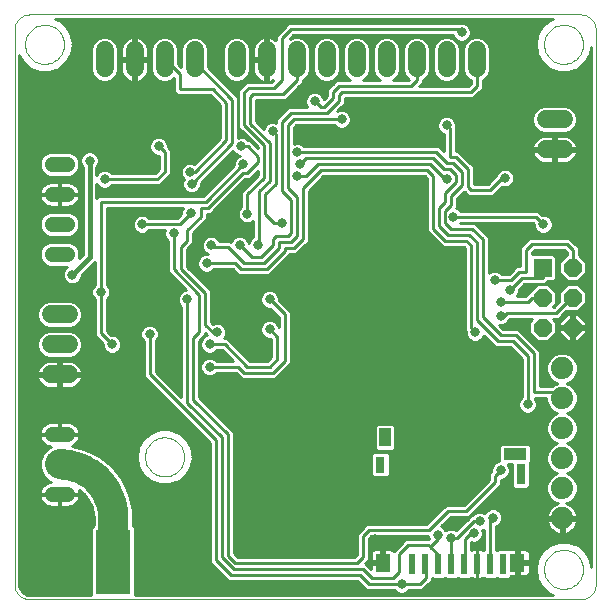
<source format=gbl>
G75*
G70*
%OFA0B0*%
%FSLAX24Y24*%
%IPPOS*%
%LPD*%
%AMOC8*
5,1,8,0,0,1.08239X$1,22.5*
%
%ADD10C,0.0000*%
%ADD11C,0.0600*%
%ADD12C,0.0740*%
%ADD13R,0.0600X0.0600*%
%ADD14OC8,0.0600*%
%ADD15R,0.0236X0.0689*%
%ADD16R,0.0512X0.0591*%
%ADD17R,0.0315X0.0551*%
%ADD18R,0.0394X0.0610*%
%ADD19R,0.0315X0.0669*%
%ADD20R,0.0748X0.0394*%
%ADD21C,0.0515*%
%ADD22R,0.1181X0.2165*%
%ADD23C,0.0100*%
%ADD24C,0.0320*%
%ADD25C,0.1000*%
%ADD26C,0.0160*%
D10*
X006618Y007811D02*
X024988Y007811D01*
X025032Y007813D01*
X025075Y007819D01*
X025117Y007828D01*
X025159Y007841D01*
X025199Y007858D01*
X025238Y007878D01*
X025275Y007901D01*
X025309Y007928D01*
X025342Y007957D01*
X025371Y007990D01*
X025398Y008024D01*
X025421Y008061D01*
X025441Y008100D01*
X025458Y008140D01*
X025471Y008182D01*
X025480Y008224D01*
X025486Y008267D01*
X025488Y008311D01*
X025488Y026807D01*
X025486Y026851D01*
X025480Y026894D01*
X025471Y026936D01*
X025458Y026978D01*
X025441Y027018D01*
X025421Y027057D01*
X025398Y027094D01*
X025371Y027128D01*
X025342Y027161D01*
X025309Y027190D01*
X025275Y027217D01*
X025238Y027240D01*
X025199Y027260D01*
X025159Y027277D01*
X025117Y027290D01*
X025075Y027299D01*
X025032Y027305D01*
X024988Y027307D01*
X006618Y027307D01*
X006574Y027305D01*
X006531Y027299D01*
X006489Y027290D01*
X006447Y027277D01*
X006407Y027260D01*
X006368Y027240D01*
X006331Y027217D01*
X006297Y027190D01*
X006264Y027161D01*
X006235Y027128D01*
X006208Y027094D01*
X006185Y027057D01*
X006165Y027018D01*
X006148Y026978D01*
X006135Y026936D01*
X006126Y026894D01*
X006120Y026851D01*
X006118Y026807D01*
X006118Y008311D01*
X006120Y008267D01*
X006126Y008224D01*
X006135Y008182D01*
X006148Y008140D01*
X006165Y008100D01*
X006185Y008061D01*
X006208Y008024D01*
X006235Y007990D01*
X006264Y007957D01*
X006297Y007928D01*
X006331Y007901D01*
X006368Y007878D01*
X006407Y007858D01*
X006447Y007841D01*
X006489Y007828D01*
X006531Y007819D01*
X006574Y007813D01*
X006618Y007811D01*
X010468Y012561D02*
X010470Y012611D01*
X010476Y012661D01*
X010486Y012711D01*
X010499Y012759D01*
X010516Y012807D01*
X010537Y012853D01*
X010561Y012897D01*
X010589Y012939D01*
X010620Y012979D01*
X010654Y013016D01*
X010691Y013051D01*
X010730Y013082D01*
X010771Y013111D01*
X010815Y013136D01*
X010861Y013158D01*
X010908Y013176D01*
X010956Y013190D01*
X011005Y013201D01*
X011055Y013208D01*
X011105Y013211D01*
X011156Y013210D01*
X011206Y013205D01*
X011256Y013196D01*
X011304Y013184D01*
X011352Y013167D01*
X011398Y013147D01*
X011443Y013124D01*
X011486Y013097D01*
X011526Y013067D01*
X011564Y013034D01*
X011599Y012998D01*
X011632Y012959D01*
X011661Y012918D01*
X011687Y012875D01*
X011710Y012830D01*
X011729Y012783D01*
X011744Y012735D01*
X011756Y012686D01*
X011764Y012636D01*
X011768Y012586D01*
X011768Y012536D01*
X011764Y012486D01*
X011756Y012436D01*
X011744Y012387D01*
X011729Y012339D01*
X011710Y012292D01*
X011687Y012247D01*
X011661Y012204D01*
X011632Y012163D01*
X011599Y012124D01*
X011564Y012088D01*
X011526Y012055D01*
X011486Y012025D01*
X011443Y011998D01*
X011398Y011975D01*
X011352Y011955D01*
X011304Y011938D01*
X011256Y011926D01*
X011206Y011917D01*
X011156Y011912D01*
X011105Y011911D01*
X011055Y011914D01*
X011005Y011921D01*
X010956Y011932D01*
X010908Y011946D01*
X010861Y011964D01*
X010815Y011986D01*
X010771Y012011D01*
X010730Y012040D01*
X010691Y012071D01*
X010654Y012106D01*
X010620Y012143D01*
X010589Y012183D01*
X010561Y012225D01*
X010537Y012269D01*
X010516Y012315D01*
X010499Y012363D01*
X010486Y012411D01*
X010476Y012461D01*
X010470Y012511D01*
X010468Y012561D01*
X006468Y026311D02*
X006470Y026361D01*
X006476Y026411D01*
X006486Y026461D01*
X006499Y026509D01*
X006516Y026557D01*
X006537Y026603D01*
X006561Y026647D01*
X006589Y026689D01*
X006620Y026729D01*
X006654Y026766D01*
X006691Y026801D01*
X006730Y026832D01*
X006771Y026861D01*
X006815Y026886D01*
X006861Y026908D01*
X006908Y026926D01*
X006956Y026940D01*
X007005Y026951D01*
X007055Y026958D01*
X007105Y026961D01*
X007156Y026960D01*
X007206Y026955D01*
X007256Y026946D01*
X007304Y026934D01*
X007352Y026917D01*
X007398Y026897D01*
X007443Y026874D01*
X007486Y026847D01*
X007526Y026817D01*
X007564Y026784D01*
X007599Y026748D01*
X007632Y026709D01*
X007661Y026668D01*
X007687Y026625D01*
X007710Y026580D01*
X007729Y026533D01*
X007744Y026485D01*
X007756Y026436D01*
X007764Y026386D01*
X007768Y026336D01*
X007768Y026286D01*
X007764Y026236D01*
X007756Y026186D01*
X007744Y026137D01*
X007729Y026089D01*
X007710Y026042D01*
X007687Y025997D01*
X007661Y025954D01*
X007632Y025913D01*
X007599Y025874D01*
X007564Y025838D01*
X007526Y025805D01*
X007486Y025775D01*
X007443Y025748D01*
X007398Y025725D01*
X007352Y025705D01*
X007304Y025688D01*
X007256Y025676D01*
X007206Y025667D01*
X007156Y025662D01*
X007105Y025661D01*
X007055Y025664D01*
X007005Y025671D01*
X006956Y025682D01*
X006908Y025696D01*
X006861Y025714D01*
X006815Y025736D01*
X006771Y025761D01*
X006730Y025790D01*
X006691Y025821D01*
X006654Y025856D01*
X006620Y025893D01*
X006589Y025933D01*
X006561Y025975D01*
X006537Y026019D01*
X006516Y026065D01*
X006499Y026113D01*
X006486Y026161D01*
X006476Y026211D01*
X006470Y026261D01*
X006468Y026311D01*
X023768Y026311D02*
X023770Y026361D01*
X023776Y026411D01*
X023786Y026461D01*
X023799Y026509D01*
X023816Y026557D01*
X023837Y026603D01*
X023861Y026647D01*
X023889Y026689D01*
X023920Y026729D01*
X023954Y026766D01*
X023991Y026801D01*
X024030Y026832D01*
X024071Y026861D01*
X024115Y026886D01*
X024161Y026908D01*
X024208Y026926D01*
X024256Y026940D01*
X024305Y026951D01*
X024355Y026958D01*
X024405Y026961D01*
X024456Y026960D01*
X024506Y026955D01*
X024556Y026946D01*
X024604Y026934D01*
X024652Y026917D01*
X024698Y026897D01*
X024743Y026874D01*
X024786Y026847D01*
X024826Y026817D01*
X024864Y026784D01*
X024899Y026748D01*
X024932Y026709D01*
X024961Y026668D01*
X024987Y026625D01*
X025010Y026580D01*
X025029Y026533D01*
X025044Y026485D01*
X025056Y026436D01*
X025064Y026386D01*
X025068Y026336D01*
X025068Y026286D01*
X025064Y026236D01*
X025056Y026186D01*
X025044Y026137D01*
X025029Y026089D01*
X025010Y026042D01*
X024987Y025997D01*
X024961Y025954D01*
X024932Y025913D01*
X024899Y025874D01*
X024864Y025838D01*
X024826Y025805D01*
X024786Y025775D01*
X024743Y025748D01*
X024698Y025725D01*
X024652Y025705D01*
X024604Y025688D01*
X024556Y025676D01*
X024506Y025667D01*
X024456Y025662D01*
X024405Y025661D01*
X024355Y025664D01*
X024305Y025671D01*
X024256Y025682D01*
X024208Y025696D01*
X024161Y025714D01*
X024115Y025736D01*
X024071Y025761D01*
X024030Y025790D01*
X023991Y025821D01*
X023954Y025856D01*
X023920Y025893D01*
X023889Y025933D01*
X023861Y025975D01*
X023837Y026019D01*
X023816Y026065D01*
X023799Y026113D01*
X023786Y026161D01*
X023776Y026211D01*
X023770Y026261D01*
X023768Y026311D01*
X023768Y008811D02*
X023770Y008861D01*
X023776Y008911D01*
X023786Y008961D01*
X023799Y009009D01*
X023816Y009057D01*
X023837Y009103D01*
X023861Y009147D01*
X023889Y009189D01*
X023920Y009229D01*
X023954Y009266D01*
X023991Y009301D01*
X024030Y009332D01*
X024071Y009361D01*
X024115Y009386D01*
X024161Y009408D01*
X024208Y009426D01*
X024256Y009440D01*
X024305Y009451D01*
X024355Y009458D01*
X024405Y009461D01*
X024456Y009460D01*
X024506Y009455D01*
X024556Y009446D01*
X024604Y009434D01*
X024652Y009417D01*
X024698Y009397D01*
X024743Y009374D01*
X024786Y009347D01*
X024826Y009317D01*
X024864Y009284D01*
X024899Y009248D01*
X024932Y009209D01*
X024961Y009168D01*
X024987Y009125D01*
X025010Y009080D01*
X025029Y009033D01*
X025044Y008985D01*
X025056Y008936D01*
X025064Y008886D01*
X025068Y008836D01*
X025068Y008786D01*
X025064Y008736D01*
X025056Y008686D01*
X025044Y008637D01*
X025029Y008589D01*
X025010Y008542D01*
X024987Y008497D01*
X024961Y008454D01*
X024932Y008413D01*
X024899Y008374D01*
X024864Y008338D01*
X024826Y008305D01*
X024786Y008275D01*
X024743Y008248D01*
X024698Y008225D01*
X024652Y008205D01*
X024604Y008188D01*
X024556Y008176D01*
X024506Y008167D01*
X024456Y008162D01*
X024405Y008161D01*
X024355Y008164D01*
X024305Y008171D01*
X024256Y008182D01*
X024208Y008196D01*
X024161Y008214D01*
X024115Y008236D01*
X024071Y008261D01*
X024030Y008290D01*
X023991Y008321D01*
X023954Y008356D01*
X023920Y008393D01*
X023889Y008433D01*
X023861Y008475D01*
X023837Y008519D01*
X023816Y008565D01*
X023799Y008613D01*
X023786Y008661D01*
X023776Y008711D01*
X023770Y008761D01*
X023768Y008811D01*
D11*
X023818Y022811D02*
X024418Y022811D01*
X024418Y023811D02*
X023818Y023811D01*
X021518Y025511D02*
X021518Y026111D01*
X020518Y026111D02*
X020518Y025511D01*
X019518Y025511D02*
X019518Y026111D01*
X018518Y026111D02*
X018518Y025511D01*
X017518Y025511D02*
X017518Y026111D01*
X016518Y026111D02*
X016518Y025511D01*
X015518Y025511D02*
X015518Y026111D01*
X014518Y026111D02*
X014518Y025511D01*
X013518Y025511D02*
X013518Y026111D01*
X012118Y026111D02*
X012118Y025511D01*
X011118Y025511D02*
X011118Y026111D01*
X010118Y026111D02*
X010118Y025511D01*
X009118Y025511D02*
X009118Y026111D01*
X007918Y017311D02*
X007318Y017311D01*
X007318Y016311D02*
X007918Y016311D01*
X007918Y015311D02*
X007318Y015311D01*
D12*
X024368Y015511D03*
X024368Y014511D03*
X024368Y013511D03*
X024368Y012511D03*
X024368Y011511D03*
X024368Y010511D03*
D13*
X023718Y018861D03*
D14*
X024718Y018861D03*
X024718Y017861D03*
X023718Y017861D03*
X023718Y016861D03*
X024718Y016861D03*
D15*
X022405Y008996D03*
X021972Y008996D03*
X021539Y008996D03*
X021106Y008996D03*
X020673Y008996D03*
X020240Y008996D03*
X019807Y008996D03*
X019374Y008996D03*
D16*
X018389Y009035D03*
X022878Y009035D03*
D17*
X018311Y012303D03*
D18*
X018468Y013209D03*
D19*
X022996Y011988D03*
D20*
X022799Y012657D03*
D21*
X007875Y012311D02*
X007360Y012311D01*
X007360Y013311D02*
X007875Y013311D01*
X007875Y011311D02*
X007360Y011311D01*
X007360Y019311D02*
X007875Y019311D01*
X007875Y020311D02*
X007360Y020311D01*
X007360Y021311D02*
X007875Y021311D01*
X007875Y022311D02*
X007360Y022311D01*
D22*
X009407Y009042D03*
D23*
X008667Y008994D02*
X006268Y008994D01*
X006268Y009092D02*
X008667Y009092D01*
X008667Y009191D02*
X006268Y009191D01*
X006268Y009289D02*
X008667Y009289D01*
X008667Y009388D02*
X006268Y009388D01*
X006268Y009486D02*
X008667Y009486D01*
X008667Y009585D02*
X006268Y009585D01*
X006268Y009683D02*
X008667Y009683D01*
X008667Y009782D02*
X006268Y009782D01*
X006268Y009880D02*
X008667Y009880D01*
X008667Y009979D02*
X006268Y009979D01*
X006268Y010078D02*
X008667Y010078D01*
X008667Y010176D02*
X006268Y010176D01*
X006268Y010275D02*
X008754Y010275D01*
X008667Y010187D01*
X008667Y007961D01*
X006618Y007961D01*
X006549Y007968D01*
X006423Y008020D01*
X006327Y008117D01*
X006274Y008243D01*
X006268Y008311D01*
X006268Y008360D01*
X006268Y008373D01*
X006268Y025943D01*
X006268Y025943D01*
X006402Y025711D01*
X006402Y025711D01*
X006651Y025502D01*
X006956Y025391D01*
X007118Y025391D01*
X007196Y025391D01*
X007280Y025391D01*
X007585Y025502D01*
X007833Y025711D01*
X007996Y025991D01*
X007996Y025992D01*
X008052Y026311D01*
X007996Y026630D01*
X007996Y026631D01*
X007833Y026911D01*
X007833Y026911D01*
X007585Y027120D01*
X007585Y027120D01*
X007483Y027157D01*
X024053Y027157D01*
X023951Y027120D01*
X023951Y027120D01*
X023702Y026911D01*
X023540Y026631D01*
X023540Y026630D01*
X023484Y026311D01*
X023540Y025992D01*
X023540Y025991D01*
X023702Y025711D01*
X023702Y025711D01*
X023951Y025502D01*
X024256Y025391D01*
X024418Y025391D01*
X024496Y025391D01*
X024580Y025391D01*
X024885Y025502D01*
X025133Y025711D01*
X025296Y025991D01*
X025296Y025992D01*
X025338Y026231D01*
X025338Y008891D01*
X025296Y009130D01*
X025296Y009131D01*
X025133Y009411D01*
X025133Y009411D01*
X024885Y009620D01*
X024885Y009620D01*
X024580Y009731D01*
X024580Y009731D01*
X024496Y009731D01*
X024418Y009731D01*
X024413Y009731D01*
X024339Y009731D01*
X024256Y009731D01*
X024256Y009731D01*
X023951Y009620D01*
X023951Y009620D01*
X023702Y009411D01*
X023540Y009131D01*
X023540Y009130D01*
X023484Y008811D01*
X023540Y008492D01*
X023540Y008491D01*
X023702Y008211D01*
X023702Y008211D01*
X023951Y008002D01*
X024063Y007961D01*
X010148Y007961D01*
X010148Y010187D01*
X010060Y010275D01*
X010057Y010275D01*
X010057Y010651D01*
X010057Y010796D01*
X010057Y010796D01*
X009935Y011332D01*
X009935Y011332D01*
X009696Y011828D01*
X009354Y012257D01*
X009354Y012257D01*
X009354Y012257D01*
X008924Y012600D01*
X008924Y012600D01*
X008429Y012839D01*
X008024Y012931D01*
X008032Y012933D01*
X008089Y012963D01*
X008141Y013000D01*
X008186Y013046D01*
X008224Y013097D01*
X008253Y013155D01*
X008273Y013216D01*
X008283Y013279D01*
X008283Y013282D01*
X007647Y013282D01*
X007647Y013340D01*
X008283Y013340D01*
X008283Y013343D01*
X008273Y013406D01*
X008253Y013467D01*
X008224Y013525D01*
X008186Y013576D01*
X008141Y013622D01*
X008089Y013659D01*
X008032Y013689D01*
X007971Y013708D01*
X007907Y013718D01*
X007647Y013718D01*
X007647Y013340D01*
X007589Y013340D01*
X007589Y013718D01*
X007328Y013718D01*
X007265Y013708D01*
X007204Y013689D01*
X007147Y013659D01*
X007095Y013622D01*
X007049Y013576D01*
X007012Y013525D01*
X006983Y013467D01*
X006963Y013406D01*
X006953Y013343D01*
X006953Y013340D01*
X007589Y013340D01*
X007589Y013282D01*
X006953Y013282D01*
X006953Y013279D01*
X006963Y013216D01*
X006983Y013155D01*
X007012Y013097D01*
X007049Y013046D01*
X007095Y013000D01*
X007147Y012963D01*
X007204Y012933D01*
X007265Y012914D01*
X007328Y012904D01*
X007350Y012904D01*
X007250Y012862D01*
X007067Y012679D01*
X006968Y012440D01*
X006968Y012428D01*
X006953Y012392D01*
X006953Y012230D01*
X006968Y012194D01*
X006968Y012182D01*
X007067Y011943D01*
X007250Y011760D01*
X007350Y011718D01*
X007328Y011718D01*
X007265Y011708D01*
X007204Y011689D01*
X007147Y011659D01*
X007095Y011622D01*
X007049Y011576D01*
X007012Y011525D01*
X006983Y011467D01*
X006963Y011406D01*
X006953Y011343D01*
X006953Y011340D01*
X007589Y011340D01*
X007589Y011282D01*
X007647Y011282D01*
X007647Y011340D01*
X008283Y011340D01*
X008283Y011343D01*
X008273Y011406D01*
X008255Y011462D01*
X008423Y011327D01*
X008583Y011128D01*
X008693Y010898D01*
X008750Y010649D01*
X008757Y010522D01*
X008757Y010275D01*
X008754Y010275D01*
X008757Y010373D02*
X006268Y010373D01*
X006268Y010472D02*
X008757Y010472D01*
X008754Y010570D02*
X006268Y010570D01*
X006268Y010669D02*
X008746Y010669D01*
X008723Y010767D02*
X006268Y010767D01*
X006268Y010866D02*
X008701Y010866D01*
X008661Y010964D02*
X008091Y010964D01*
X008089Y010963D02*
X008141Y011000D01*
X008186Y011046D01*
X008224Y011097D01*
X008253Y011155D01*
X008273Y011216D01*
X008283Y011279D01*
X008283Y011282D01*
X007647Y011282D01*
X007647Y010904D01*
X007907Y010904D01*
X007971Y010914D01*
X008032Y010933D01*
X008089Y010963D01*
X008199Y011063D02*
X008614Y011063D01*
X008556Y011161D02*
X008255Y011161D01*
X008280Y011260D02*
X008477Y011260D01*
X008384Y011359D02*
X008280Y011359D01*
X008261Y011457D02*
X008256Y011457D01*
X007647Y011260D02*
X007589Y011260D01*
X007589Y011282D02*
X007589Y010904D01*
X007328Y010904D01*
X007265Y010914D01*
X007204Y010933D01*
X007147Y010963D01*
X007095Y011000D01*
X007049Y011046D01*
X007012Y011097D01*
X006983Y011155D01*
X006963Y011216D01*
X006953Y011279D01*
X006953Y011282D01*
X007589Y011282D01*
X007589Y011161D02*
X007647Y011161D01*
X007647Y011063D02*
X007589Y011063D01*
X007589Y010964D02*
X007647Y010964D01*
X007144Y010964D02*
X006268Y010964D01*
X006268Y011063D02*
X007037Y011063D01*
X006980Y011161D02*
X006268Y011161D01*
X006268Y011260D02*
X006956Y011260D01*
X006955Y011359D02*
X006268Y011359D01*
X006268Y011457D02*
X006979Y011457D01*
X007034Y011556D02*
X006268Y011556D01*
X006268Y011654D02*
X007139Y011654D01*
X007267Y011753D02*
X006268Y011753D01*
X006268Y011851D02*
X007158Y011851D01*
X007064Y011950D02*
X006268Y011950D01*
X006268Y012048D02*
X007023Y012048D01*
X006982Y012147D02*
X006268Y012147D01*
X006268Y012245D02*
X006953Y012245D01*
X006953Y012344D02*
X006268Y012344D01*
X006268Y012443D02*
X006969Y012443D01*
X007010Y012541D02*
X006268Y012541D01*
X006268Y012640D02*
X007050Y012640D01*
X007126Y012738D02*
X006268Y012738D01*
X006268Y012837D02*
X007224Y012837D01*
X007200Y012935D02*
X006268Y012935D01*
X006268Y013034D02*
X007061Y013034D01*
X006994Y013132D02*
X006268Y013132D01*
X006268Y013231D02*
X006960Y013231D01*
X006970Y013428D02*
X006268Y013428D01*
X006268Y013527D02*
X007013Y013527D01*
X007099Y013625D02*
X006268Y013625D01*
X006268Y013724D02*
X011922Y013724D01*
X011824Y013822D02*
X006268Y013822D01*
X006268Y013921D02*
X011725Y013921D01*
X011627Y014019D02*
X006268Y014019D01*
X006268Y014118D02*
X011528Y014118D01*
X011430Y014216D02*
X006268Y014216D01*
X006268Y014315D02*
X011331Y014315D01*
X011233Y014413D02*
X006268Y014413D01*
X006268Y014512D02*
X011134Y014512D01*
X011035Y014611D02*
X006268Y014611D01*
X006268Y014709D02*
X010937Y014709D01*
X010838Y014808D02*
X006268Y014808D01*
X006268Y014906D02*
X007121Y014906D01*
X007145Y014894D02*
X007212Y014872D01*
X007282Y014861D01*
X007568Y014861D01*
X007568Y015261D01*
X007668Y015261D01*
X007668Y015361D01*
X008365Y015361D01*
X008357Y015416D01*
X008335Y015484D01*
X008303Y015547D01*
X008261Y015604D01*
X008211Y015654D01*
X008154Y015696D01*
X008091Y015728D01*
X008023Y015750D01*
X007953Y015761D01*
X007668Y015761D01*
X007668Y015361D01*
X007568Y015361D01*
X007568Y015761D01*
X007282Y015761D01*
X007212Y015750D01*
X007145Y015728D01*
X007082Y015696D01*
X007025Y015654D01*
X006975Y015604D01*
X006933Y015547D01*
X006901Y015484D01*
X006879Y015416D01*
X006870Y015361D01*
X007568Y015361D01*
X007568Y015261D01*
X006870Y015261D01*
X006879Y015206D01*
X006901Y015138D01*
X006933Y015075D01*
X006975Y015018D01*
X007025Y014968D01*
X007082Y014926D01*
X007145Y014894D01*
X006988Y015005D02*
X006268Y015005D01*
X006268Y015103D02*
X006919Y015103D01*
X006880Y015202D02*
X006268Y015202D01*
X006268Y015300D02*
X007568Y015300D01*
X007568Y015202D02*
X007668Y015202D01*
X007668Y015261D02*
X007668Y014861D01*
X007953Y014861D01*
X008023Y014872D01*
X008091Y014894D01*
X008154Y014926D01*
X008211Y014968D01*
X008261Y015018D01*
X008303Y015075D01*
X008335Y015138D01*
X008357Y015206D01*
X008365Y015261D01*
X007668Y015261D01*
X007668Y015300D02*
X010418Y015300D01*
X010418Y015228D02*
X010418Y015394D01*
X010418Y016423D01*
X010355Y016485D01*
X010308Y016599D01*
X010308Y016723D01*
X010355Y016837D01*
X010442Y016924D01*
X010556Y016971D01*
X010679Y016971D01*
X010793Y016924D01*
X010881Y016837D01*
X010928Y016723D01*
X010928Y016599D01*
X010881Y016485D01*
X010818Y016423D01*
X010818Y015394D01*
X011668Y014544D01*
X011668Y017573D01*
X011605Y017635D01*
X011558Y017749D01*
X011558Y017873D01*
X011605Y017987D01*
X011692Y018074D01*
X011806Y018121D01*
X011825Y018121D01*
X011218Y018728D01*
X011218Y018894D01*
X011218Y019773D01*
X011155Y019835D01*
X011108Y019949D01*
X011108Y020073D01*
X011124Y020111D01*
X010606Y020111D01*
X010543Y020048D01*
X010429Y020001D01*
X010306Y020001D01*
X010192Y020048D01*
X010105Y020135D01*
X010058Y020249D01*
X010058Y020373D01*
X010105Y020487D01*
X010192Y020574D01*
X010306Y020621D01*
X010429Y020621D01*
X010543Y020574D01*
X010606Y020511D01*
X011535Y020511D01*
X011683Y020659D01*
X011683Y020748D01*
X011730Y020861D01*
X009193Y020861D01*
X009193Y018299D01*
X009256Y018237D01*
X009303Y018123D01*
X009303Y017999D01*
X009256Y017885D01*
X009193Y017823D01*
X009193Y016769D01*
X009341Y016621D01*
X009429Y016621D01*
X009543Y016574D01*
X009631Y016487D01*
X009678Y016373D01*
X009678Y016249D01*
X009631Y016135D01*
X009543Y016048D01*
X009429Y016001D01*
X009306Y016001D01*
X009192Y016048D01*
X009105Y016135D01*
X009058Y016249D01*
X009058Y016338D01*
X008910Y016486D01*
X008793Y016603D01*
X008793Y017823D01*
X008730Y017885D01*
X008683Y017999D01*
X008683Y018123D01*
X008730Y018237D01*
X008793Y018299D01*
X008793Y019061D01*
X008353Y018621D01*
X008353Y018574D01*
X008306Y018460D01*
X008218Y018373D01*
X008104Y018326D01*
X007981Y018326D01*
X007867Y018373D01*
X007780Y018460D01*
X007733Y018574D01*
X007733Y018698D01*
X007780Y018812D01*
X007867Y018899D01*
X007879Y018904D01*
X007279Y018904D01*
X007129Y018966D01*
X007015Y019080D01*
X006953Y019230D01*
X006953Y019392D01*
X007015Y019542D01*
X007129Y019656D01*
X007279Y019718D01*
X007956Y019718D01*
X008106Y019656D01*
X008221Y019542D01*
X008283Y019392D01*
X008283Y019230D01*
X008262Y019181D01*
X008388Y019306D01*
X008388Y022228D01*
X008355Y022260D01*
X008308Y022374D01*
X008308Y022498D01*
X008355Y022612D01*
X008442Y022699D01*
X008556Y022746D01*
X008679Y022746D01*
X008793Y022699D01*
X008881Y022612D01*
X008928Y022498D01*
X008928Y022374D01*
X008881Y022260D01*
X008848Y022228D01*
X008848Y021969D01*
X008855Y021987D01*
X008942Y022074D01*
X009056Y022121D01*
X009179Y022121D01*
X009293Y022074D01*
X009356Y022011D01*
X010785Y022011D01*
X010918Y022144D01*
X010918Y022601D01*
X010856Y022601D01*
X010742Y022648D01*
X010655Y022735D01*
X010608Y022849D01*
X010608Y022973D01*
X010655Y023087D01*
X010742Y023174D01*
X010856Y023221D01*
X010979Y023221D01*
X011093Y023174D01*
X011181Y023087D01*
X011228Y022973D01*
X011228Y022884D01*
X011318Y022794D01*
X011318Y022628D01*
X011318Y021978D01*
X011201Y021861D01*
X010951Y021611D01*
X010785Y021611D01*
X009356Y021611D01*
X009293Y021548D01*
X009179Y021501D01*
X009056Y021501D01*
X008942Y021548D01*
X008855Y021635D01*
X008848Y021653D01*
X008848Y021199D01*
X008910Y021261D01*
X009076Y021261D01*
X012410Y021261D01*
X013433Y022284D01*
X013433Y022373D01*
X013480Y022487D01*
X013567Y022574D01*
X013633Y022601D01*
X013606Y022601D01*
X013492Y022648D01*
X013405Y022735D01*
X013396Y022757D01*
X012328Y021688D01*
X012328Y021599D01*
X012281Y021485D01*
X012193Y021398D01*
X012079Y021351D01*
X011956Y021351D01*
X011842Y021398D01*
X011755Y021485D01*
X011708Y021599D01*
X011708Y021723D01*
X011755Y021836D01*
X011705Y021885D01*
X011658Y021999D01*
X011658Y022123D01*
X011705Y022237D01*
X011792Y022324D01*
X011906Y022371D01*
X012029Y022371D01*
X012111Y022337D01*
X012968Y023194D01*
X012968Y024278D01*
X012635Y024611D01*
X011535Y024611D01*
X011418Y024728D01*
X011418Y024894D01*
X011418Y025175D01*
X011373Y025130D01*
X011207Y025061D01*
X011028Y025061D01*
X010863Y025130D01*
X010736Y025256D01*
X010668Y025421D01*
X010668Y026201D01*
X010736Y026366D01*
X010863Y026492D01*
X011028Y026561D01*
X011207Y026561D01*
X011373Y026492D01*
X011499Y026366D01*
X011568Y026201D01*
X011568Y025644D01*
X011668Y025544D01*
X011668Y026201D01*
X011736Y026366D01*
X011863Y026492D01*
X012028Y026561D01*
X012207Y026561D01*
X012373Y026492D01*
X012499Y026366D01*
X012568Y026201D01*
X012568Y025544D01*
X013451Y024661D01*
X013568Y024544D01*
X013568Y023205D01*
X013606Y023221D01*
X013729Y023221D01*
X013843Y023174D01*
X013906Y023111D01*
X013976Y023111D01*
X014218Y022869D01*
X014218Y022878D01*
X013685Y023411D01*
X013568Y023528D01*
X013568Y024628D01*
X013568Y024794D01*
X013835Y025061D01*
X014001Y025061D01*
X014685Y025061D01*
X014747Y025123D01*
X014691Y025094D01*
X014623Y025072D01*
X014568Y025063D01*
X014568Y025761D01*
X014468Y025761D01*
X014468Y025063D01*
X014412Y025072D01*
X014345Y025094D01*
X014282Y025126D01*
X014225Y025168D01*
X014175Y025218D01*
X014133Y025275D01*
X014101Y025338D01*
X014079Y025406D01*
X014068Y025476D01*
X014068Y025761D01*
X014468Y025761D01*
X014468Y025861D01*
X014468Y026559D01*
X014412Y026550D01*
X014345Y026528D01*
X014282Y026496D01*
X014225Y026454D01*
X014175Y026404D01*
X014133Y026347D01*
X014101Y026284D01*
X014079Y026216D01*
X014068Y026146D01*
X014068Y025861D01*
X014468Y025861D01*
X014568Y025861D01*
X014568Y026559D01*
X014623Y026550D01*
X014691Y026528D01*
X014754Y026496D01*
X014811Y026454D01*
X014818Y026447D01*
X014818Y026594D01*
X015118Y026894D01*
X015235Y027011D01*
X020835Y027011D01*
X020932Y027011D01*
X020956Y027021D01*
X021079Y027021D01*
X021193Y026974D01*
X021281Y026887D01*
X021328Y026773D01*
X021328Y026649D01*
X021281Y026535D01*
X021193Y026448D01*
X021079Y026401D01*
X020956Y026401D01*
X020842Y026448D01*
X020755Y026535D01*
X020724Y026611D01*
X015401Y026611D01*
X015296Y026506D01*
X015428Y026561D01*
X015607Y026561D01*
X015773Y026492D01*
X015899Y026366D01*
X015968Y026201D01*
X015968Y025421D01*
X015899Y025256D01*
X015773Y025130D01*
X015718Y025107D01*
X015718Y025028D01*
X015601Y024911D01*
X015151Y024461D01*
X014985Y024461D01*
X014168Y024461D01*
X014168Y023744D01*
X014417Y023495D01*
X014455Y023587D01*
X014542Y023674D01*
X014656Y023721D01*
X014779Y023721D01*
X014818Y023705D01*
X014818Y023794D01*
X014935Y023911D01*
X015235Y024211D01*
X015401Y024211D01*
X015879Y024211D01*
X015855Y024235D01*
X015808Y024349D01*
X015808Y024473D01*
X015855Y024587D01*
X015942Y024674D01*
X016056Y024721D01*
X016179Y024721D01*
X016293Y024674D01*
X016381Y024587D01*
X016419Y024495D01*
X016518Y024594D01*
X016518Y024794D01*
X016635Y024911D01*
X016718Y024994D01*
X016835Y025111D01*
X017308Y025111D01*
X017263Y025130D01*
X017136Y025256D01*
X017068Y025421D01*
X017068Y026201D01*
X017136Y026366D01*
X017263Y026492D01*
X017428Y026561D01*
X017607Y026561D01*
X017773Y026492D01*
X017899Y026366D01*
X017968Y026201D01*
X017968Y025421D01*
X017899Y025256D01*
X017773Y025130D01*
X017728Y025111D01*
X018308Y025111D01*
X018263Y025130D01*
X018136Y025256D01*
X018068Y025421D01*
X018068Y026201D01*
X018136Y026366D01*
X018263Y026492D01*
X018428Y026561D01*
X018607Y026561D01*
X018773Y026492D01*
X018899Y026366D01*
X018968Y026201D01*
X018968Y025421D01*
X018899Y025256D01*
X018773Y025130D01*
X018728Y025111D01*
X019235Y025111D01*
X019258Y025134D01*
X019136Y025256D01*
X019068Y025421D01*
X019068Y026201D01*
X019136Y026366D01*
X019263Y026492D01*
X019428Y026561D01*
X019607Y026561D01*
X019773Y026492D01*
X019899Y026366D01*
X019968Y026201D01*
X019968Y025421D01*
X019899Y025256D01*
X019773Y025130D01*
X019718Y025107D01*
X019718Y025028D01*
X019601Y024911D01*
X019601Y024911D01*
X021235Y024911D01*
X021318Y024994D01*
X021318Y025107D01*
X021263Y025130D01*
X021136Y025256D01*
X021068Y025421D01*
X021068Y026201D01*
X021136Y026366D01*
X021263Y026492D01*
X021428Y026561D01*
X021607Y026561D01*
X021773Y026492D01*
X021899Y026366D01*
X021968Y026201D01*
X021968Y025421D01*
X021899Y025256D01*
X021773Y025130D01*
X021718Y025107D01*
X021718Y024828D01*
X021601Y024711D01*
X021401Y024511D01*
X021235Y024511D01*
X017118Y024511D01*
X017118Y024328D01*
X017001Y024211D01*
X016878Y024089D01*
X016956Y024121D01*
X017079Y024121D01*
X017193Y024074D01*
X017281Y023987D01*
X017328Y023873D01*
X017328Y023749D01*
X017281Y023635D01*
X017193Y023548D01*
X017079Y023501D01*
X016956Y023501D01*
X016842Y023548D01*
X016779Y023611D01*
X015501Y023611D01*
X015418Y023528D01*
X015418Y023005D01*
X015456Y023021D01*
X015579Y023021D01*
X015693Y022974D01*
X015756Y022911D01*
X020085Y022911D01*
X020251Y022911D01*
X020418Y022744D01*
X020418Y023317D01*
X020342Y023348D01*
X020255Y023435D01*
X020208Y023549D01*
X020208Y023673D01*
X020255Y023787D01*
X020342Y023874D01*
X020456Y023921D01*
X020579Y023921D01*
X020693Y023874D01*
X020781Y023787D01*
X020828Y023673D01*
X020828Y023549D01*
X020818Y023525D01*
X020818Y022761D01*
X020901Y022761D01*
X021301Y022361D01*
X021418Y022244D01*
X021418Y021661D01*
X021885Y021661D01*
X022166Y021942D01*
X022205Y022037D01*
X022292Y022124D01*
X022406Y022171D01*
X022529Y022171D01*
X022643Y022124D01*
X022731Y022037D01*
X022778Y021923D01*
X022778Y021799D01*
X022731Y021685D01*
X022643Y021598D01*
X022529Y021551D01*
X022406Y021551D01*
X022360Y021570D01*
X022051Y021261D01*
X021885Y021261D01*
X021235Y021261D01*
X021118Y021378D01*
X021093Y021403D01*
X020868Y021178D01*
X020868Y020878D01*
X020844Y020855D01*
X020918Y020824D01*
X020981Y020761D01*
X023410Y020761D01*
X023576Y020761D01*
X023716Y020621D01*
X023804Y020621D01*
X023918Y020574D01*
X024006Y020487D01*
X024053Y020373D01*
X024053Y020249D01*
X024006Y020135D01*
X023918Y020048D01*
X023804Y020001D01*
X023681Y020001D01*
X023567Y020048D01*
X023480Y020135D01*
X023433Y020249D01*
X023433Y020338D01*
X023410Y020361D01*
X020981Y020361D01*
X020981Y020361D01*
X021451Y020361D01*
X021568Y020244D01*
X021801Y020011D01*
X021918Y019894D01*
X021918Y018699D01*
X021942Y018724D01*
X022056Y018771D01*
X022179Y018771D01*
X022293Y018724D01*
X022356Y018661D01*
X022585Y018661D01*
X022718Y018794D01*
X022835Y018911D01*
X022968Y018911D01*
X022968Y019378D01*
X022968Y019544D01*
X023168Y019744D01*
X023285Y019861D01*
X024435Y019861D01*
X024601Y019861D01*
X024801Y019661D01*
X024918Y019544D01*
X024918Y019297D01*
X025168Y019047D01*
X025168Y018675D01*
X024904Y018411D01*
X024531Y018411D01*
X024268Y018675D01*
X024268Y019047D01*
X024518Y019297D01*
X024518Y019378D01*
X024435Y019461D01*
X023451Y019461D01*
X023368Y019378D01*
X023368Y019311D01*
X024080Y019311D01*
X024168Y019223D01*
X024168Y018499D01*
X024080Y018411D01*
X023901Y018411D01*
X023801Y018311D01*
X023635Y018311D01*
X023101Y018311D01*
X022928Y018138D01*
X022928Y018049D01*
X022881Y017935D01*
X022856Y017911D01*
X023135Y017911D01*
X023168Y017944D01*
X023268Y018044D01*
X023268Y018047D01*
X023531Y018311D01*
X023904Y018311D01*
X024168Y018047D01*
X024168Y017675D01*
X024054Y017561D01*
X024085Y017561D01*
X024268Y017744D01*
X024268Y018047D01*
X024531Y018311D01*
X024904Y018311D01*
X025168Y018047D01*
X025168Y017675D01*
X024904Y017411D01*
X024531Y017411D01*
X024516Y017426D01*
X024368Y017278D01*
X024251Y017161D01*
X024054Y017161D01*
X024168Y017047D01*
X024168Y016675D01*
X023904Y016411D01*
X023531Y016411D01*
X023268Y016675D01*
X023268Y017047D01*
X023381Y017161D01*
X022612Y017161D01*
X022581Y017085D01*
X022493Y016998D01*
X022379Y016951D01*
X022261Y016951D01*
X022401Y016811D01*
X022901Y016811D01*
X023018Y016694D01*
X023618Y016094D01*
X023618Y015928D01*
X023618Y014911D01*
X024032Y014911D01*
X024073Y014952D01*
X024216Y015011D01*
X024073Y015070D01*
X023927Y015216D01*
X023848Y015408D01*
X023848Y015614D01*
X023927Y015806D01*
X024073Y015952D01*
X024264Y016031D01*
X024471Y016031D01*
X024662Y015952D01*
X024809Y015806D01*
X024888Y015614D01*
X024888Y015408D01*
X024809Y015216D01*
X024662Y015070D01*
X024519Y015011D01*
X024662Y014952D01*
X024809Y014806D01*
X024888Y014614D01*
X024888Y014408D01*
X024809Y014216D01*
X024808Y014216D02*
X025338Y014216D01*
X025338Y014118D02*
X024710Y014118D01*
X024662Y014070D02*
X024809Y014216D01*
X024849Y014315D02*
X025338Y014315D01*
X025338Y014413D02*
X024888Y014413D01*
X024888Y014512D02*
X025338Y014512D01*
X025338Y014611D02*
X024888Y014611D01*
X024849Y014709D02*
X025338Y014709D01*
X025338Y014808D02*
X024807Y014808D01*
X024708Y014906D02*
X025338Y014906D01*
X025338Y015005D02*
X024535Y015005D01*
X024695Y015103D02*
X025338Y015103D01*
X025338Y015202D02*
X024794Y015202D01*
X024843Y015300D02*
X025338Y015300D01*
X025338Y015399D02*
X024884Y015399D01*
X024888Y015497D02*
X025338Y015497D01*
X025338Y015596D02*
X024888Y015596D01*
X024855Y015694D02*
X025338Y015694D01*
X025338Y015793D02*
X024814Y015793D01*
X024723Y015892D02*
X025338Y015892D01*
X025338Y015990D02*
X024570Y015990D01*
X024531Y016411D02*
X024268Y016675D01*
X024268Y016811D01*
X024668Y016811D01*
X024768Y016811D01*
X024768Y016911D01*
X025168Y016911D01*
X025168Y017047D01*
X024904Y017311D01*
X024768Y017311D01*
X024768Y016911D01*
X024668Y016911D01*
X024668Y017311D01*
X024531Y017311D01*
X024268Y017047D01*
X024268Y016911D01*
X024668Y016911D01*
X024668Y016811D01*
X024668Y016411D01*
X024531Y016411D01*
X024460Y016483D02*
X023976Y016483D01*
X024075Y016581D02*
X024361Y016581D01*
X024268Y016680D02*
X024168Y016680D01*
X024168Y016778D02*
X024268Y016778D01*
X024168Y016877D02*
X024668Y016877D01*
X024668Y016976D02*
X024768Y016976D01*
X024768Y017074D02*
X024668Y017074D01*
X024668Y017173D02*
X024768Y017173D01*
X024768Y017271D02*
X024668Y017271D01*
X024492Y017271D02*
X024361Y017271D01*
X024393Y017173D02*
X024262Y017173D01*
X024294Y017074D02*
X024141Y017074D01*
X024168Y016976D02*
X024268Y016976D01*
X024668Y016778D02*
X024768Y016778D01*
X024768Y016811D02*
X024768Y016411D01*
X024904Y016411D01*
X025168Y016675D01*
X025168Y016811D01*
X024768Y016811D01*
X024768Y016877D02*
X025338Y016877D01*
X025338Y016976D02*
X025168Y016976D01*
X025141Y017074D02*
X025338Y017074D01*
X025338Y017173D02*
X025043Y017173D01*
X024944Y017271D02*
X025338Y017271D01*
X025338Y017370D02*
X024459Y017370D01*
X024168Y017361D02*
X022518Y017361D01*
X022418Y017261D01*
X022318Y017261D01*
X022439Y016976D02*
X023268Y016976D01*
X023268Y016877D02*
X022335Y016877D01*
X022318Y016611D02*
X021718Y017211D01*
X021718Y019811D01*
X021368Y020161D01*
X020668Y020161D01*
X020468Y020361D01*
X020468Y020761D01*
X020668Y020961D01*
X020668Y021261D01*
X021018Y021611D01*
X021018Y022061D01*
X020718Y022361D01*
X020518Y022361D01*
X020168Y022711D01*
X015518Y022711D01*
X015662Y022987D02*
X020418Y022987D01*
X020418Y023085D02*
X015418Y023085D01*
X015418Y023184D02*
X020418Y023184D01*
X020418Y023282D02*
X015418Y023282D01*
X015418Y023381D02*
X020310Y023381D01*
X020237Y023479D02*
X015418Y023479D01*
X015468Y023578D02*
X016812Y023578D01*
X017018Y023811D02*
X015418Y023811D01*
X015218Y023611D01*
X015218Y021511D01*
X015518Y021211D01*
X015518Y019911D01*
X015318Y019711D01*
X014918Y019711D01*
X014918Y019511D01*
X014418Y019011D01*
X013768Y019011D01*
X013218Y019561D01*
X012718Y019561D01*
X012668Y019611D01*
X012884Y019833D02*
X013402Y019833D01*
X013442Y019874D02*
X013355Y019787D01*
X013332Y019730D01*
X013301Y019761D01*
X012941Y019761D01*
X012931Y019787D01*
X012843Y019874D01*
X012729Y019921D01*
X012606Y019921D01*
X012492Y019874D01*
X012405Y019787D01*
X012358Y019673D01*
X012358Y019549D01*
X012405Y019435D01*
X012492Y019348D01*
X012558Y019321D01*
X012456Y019321D01*
X012342Y019274D01*
X012255Y019187D01*
X012208Y019073D01*
X012208Y018949D01*
X012255Y018835D01*
X012342Y018748D01*
X012456Y018701D01*
X012579Y018701D01*
X012693Y018748D01*
X012756Y018811D01*
X013385Y018811D01*
X013468Y018728D01*
X013585Y018611D01*
X014435Y018611D01*
X014601Y018611D01*
X015201Y019211D01*
X015301Y019311D01*
X015335Y019311D01*
X015501Y019311D01*
X015801Y019611D01*
X015918Y019728D01*
X015918Y021428D01*
X016401Y021911D01*
X019785Y021911D01*
X019868Y021828D01*
X019868Y020078D01*
X019985Y019961D01*
X020268Y019678D01*
X020385Y019561D01*
X021085Y019561D01*
X021118Y019528D01*
X021118Y016944D01*
X021118Y016778D01*
X021158Y016738D01*
X021158Y016649D01*
X021205Y016535D01*
X021292Y016448D01*
X021406Y016401D01*
X021529Y016401D01*
X021643Y016448D01*
X021731Y016535D01*
X021754Y016592D01*
X022018Y016328D01*
X022135Y016211D01*
X022635Y016211D01*
X023018Y015828D01*
X023018Y014549D01*
X022955Y014487D01*
X022908Y014373D01*
X022908Y014249D01*
X022955Y014135D01*
X023042Y014048D01*
X023156Y014001D01*
X023279Y014001D01*
X023393Y014048D01*
X023481Y014135D01*
X023528Y014249D01*
X023528Y014373D01*
X023481Y014487D01*
X023456Y014511D01*
X023848Y014511D01*
X023848Y014408D01*
X023927Y014216D01*
X023514Y014216D01*
X023528Y014315D02*
X023886Y014315D01*
X023848Y014413D02*
X023511Y014413D01*
X023463Y014118D02*
X024026Y014118D01*
X024073Y014070D02*
X024216Y014011D01*
X024073Y013952D01*
X023927Y013806D01*
X023848Y013614D01*
X023848Y013408D01*
X023927Y013216D01*
X024073Y013070D01*
X024216Y013011D01*
X024073Y012952D01*
X023927Y012806D01*
X023848Y012614D01*
X023848Y012408D01*
X023927Y012216D01*
X024073Y012070D01*
X024216Y012011D01*
X024073Y011952D01*
X023927Y011806D01*
X023848Y011614D01*
X023848Y011408D01*
X023927Y011216D01*
X024073Y011070D01*
X024220Y011010D01*
X024168Y010993D01*
X024095Y010956D01*
X024029Y010908D01*
X023971Y010850D01*
X023923Y010784D01*
X023886Y010711D01*
X023861Y010633D01*
X023849Y010561D01*
X024318Y010561D01*
X024318Y010461D01*
X024418Y010461D01*
X024418Y010561D01*
X024886Y010561D01*
X024875Y010633D01*
X024850Y010711D01*
X024813Y010784D01*
X024764Y010850D01*
X024707Y010908D01*
X024640Y010956D01*
X024567Y010993D01*
X024516Y011010D01*
X024662Y011070D01*
X024809Y011216D01*
X024888Y011408D01*
X024888Y011614D01*
X024809Y011806D01*
X024662Y011952D01*
X024519Y012011D01*
X024662Y012070D01*
X024809Y012216D01*
X024888Y012408D01*
X024888Y012614D01*
X024809Y012806D01*
X024662Y012952D01*
X024519Y013011D01*
X024662Y013070D01*
X024809Y013216D01*
X024888Y013408D01*
X024888Y013614D01*
X024809Y013806D01*
X024662Y013952D01*
X024519Y014011D01*
X024662Y014070D01*
X024539Y014019D02*
X025338Y014019D01*
X025338Y013921D02*
X024693Y013921D01*
X024792Y013822D02*
X025338Y013822D01*
X025338Y013724D02*
X024843Y013724D01*
X024883Y013625D02*
X025338Y013625D01*
X025338Y013527D02*
X024888Y013527D01*
X024888Y013428D02*
X025338Y013428D01*
X025338Y013329D02*
X024855Y013329D01*
X024815Y013231D02*
X025338Y013231D01*
X025338Y013132D02*
X024724Y013132D01*
X024574Y013034D02*
X025338Y013034D01*
X025338Y012935D02*
X024679Y012935D01*
X024777Y012837D02*
X025338Y012837D01*
X025338Y012738D02*
X024836Y012738D01*
X024877Y012640D02*
X025338Y012640D01*
X025338Y012541D02*
X024888Y012541D01*
X024888Y012443D02*
X025338Y012443D01*
X025338Y012344D02*
X024861Y012344D01*
X024821Y012245D02*
X025338Y012245D01*
X025338Y012147D02*
X024739Y012147D01*
X024610Y012048D02*
X025338Y012048D01*
X025338Y011950D02*
X024664Y011950D01*
X024763Y011851D02*
X025338Y011851D01*
X025338Y011753D02*
X024830Y011753D01*
X024871Y011654D02*
X025338Y011654D01*
X025338Y011556D02*
X024888Y011556D01*
X024888Y011457D02*
X025338Y011457D01*
X025338Y011359D02*
X024867Y011359D01*
X024827Y011260D02*
X025338Y011260D01*
X025338Y011161D02*
X024754Y011161D01*
X024645Y011063D02*
X025338Y011063D01*
X025338Y010964D02*
X024623Y010964D01*
X024748Y010866D02*
X025338Y010866D01*
X025338Y010767D02*
X024821Y010767D01*
X024863Y010669D02*
X025338Y010669D01*
X025338Y010570D02*
X024885Y010570D01*
X024886Y010461D02*
X024418Y010461D01*
X024418Y009992D01*
X024490Y010004D01*
X024567Y010029D01*
X024640Y010066D01*
X024707Y010114D01*
X024764Y010172D01*
X024813Y010238D01*
X024850Y010311D01*
X024875Y010389D01*
X024886Y010461D01*
X024870Y010373D02*
X025338Y010373D01*
X025338Y010275D02*
X024831Y010275D01*
X024767Y010176D02*
X025338Y010176D01*
X025338Y010078D02*
X024656Y010078D01*
X024418Y010078D02*
X024318Y010078D01*
X024318Y009992D02*
X024318Y010461D01*
X023849Y010461D01*
X023861Y010389D01*
X023886Y010311D01*
X023923Y010238D01*
X023971Y010172D01*
X024029Y010114D01*
X024095Y010066D01*
X024168Y010029D01*
X024246Y010004D01*
X024318Y009992D01*
X024318Y010176D02*
X024418Y010176D01*
X024418Y010275D02*
X024318Y010275D01*
X024318Y010373D02*
X024418Y010373D01*
X024418Y010472D02*
X025338Y010472D01*
X025338Y009979D02*
X022172Y009979D01*
X022172Y010078D02*
X024080Y010078D01*
X023968Y010176D02*
X022172Y010176D01*
X022172Y010244D02*
X022243Y010273D01*
X022331Y010360D01*
X022378Y010474D01*
X022378Y010598D01*
X022331Y010712D01*
X022243Y010799D01*
X022129Y010846D01*
X022006Y010846D01*
X021892Y010799D01*
X021805Y010712D01*
X021790Y010675D01*
X021679Y010721D01*
X021556Y010721D01*
X021442Y010674D01*
X021379Y010611D01*
X021335Y010611D01*
X021218Y010494D01*
X021218Y010494D01*
X020846Y010122D01*
X020843Y010124D01*
X020729Y010171D01*
X020606Y010171D01*
X020492Y010124D01*
X020488Y010119D01*
X020481Y010137D01*
X020393Y010224D01*
X020337Y010247D01*
X020651Y010561D01*
X021085Y010561D01*
X021251Y010561D01*
X022318Y011628D01*
X022318Y011794D01*
X022318Y011801D01*
X022379Y011801D01*
X022493Y011848D01*
X022581Y011935D01*
X022628Y012049D01*
X022628Y012173D01*
X022581Y012287D01*
X022556Y012311D01*
X022688Y012311D01*
X022688Y011591D01*
X022776Y011504D01*
X023215Y011504D01*
X023303Y011591D01*
X023303Y012379D01*
X023323Y012398D01*
X023323Y012916D01*
X023235Y013004D01*
X022363Y013004D01*
X022275Y012916D01*
X022275Y012421D01*
X022256Y012421D01*
X022142Y012374D01*
X022055Y012287D01*
X022008Y012173D01*
X022008Y012084D01*
X021918Y011994D01*
X021918Y011828D01*
X021918Y011794D01*
X021085Y010961D01*
X020651Y010961D01*
X020485Y010961D01*
X019835Y010311D01*
X017835Y010311D01*
X017718Y010194D01*
X017518Y009994D01*
X017518Y009828D01*
X017518Y009294D01*
X017435Y009211D01*
X013551Y009211D01*
X013418Y009344D01*
X013418Y013394D01*
X013301Y013511D01*
X012268Y014544D01*
X012268Y016428D01*
X012468Y016628D01*
X012468Y016678D01*
X012518Y016628D01*
X012534Y016612D01*
X012442Y016574D01*
X012355Y016487D01*
X012308Y016373D01*
X012308Y016249D01*
X012355Y016135D01*
X012442Y016048D01*
X012556Y016001D01*
X012679Y016001D01*
X012793Y016048D01*
X012856Y016111D01*
X013035Y016111D01*
X013385Y015761D01*
X012856Y015761D01*
X012793Y015824D01*
X012679Y015871D01*
X012556Y015871D01*
X012442Y015824D01*
X012355Y015737D01*
X012308Y015623D01*
X012308Y015499D01*
X012355Y015385D01*
X012442Y015298D01*
X012556Y015251D01*
X012679Y015251D01*
X012793Y015298D01*
X012856Y015361D01*
X013485Y015361D01*
X013568Y015278D01*
X013685Y015161D01*
X014635Y015161D01*
X014801Y015161D01*
X015201Y015561D01*
X015318Y015678D01*
X015318Y017228D01*
X015318Y017394D01*
X014928Y017784D01*
X014928Y017873D01*
X014881Y017987D01*
X014793Y018074D01*
X014679Y018121D01*
X014556Y018121D01*
X014442Y018074D01*
X014355Y017987D01*
X014308Y017873D01*
X014308Y017749D01*
X014355Y017635D01*
X014442Y017548D01*
X014556Y017501D01*
X014645Y017501D01*
X014918Y017228D01*
X014918Y016897D01*
X014881Y016987D01*
X014793Y017074D01*
X014918Y017074D01*
X014918Y016976D02*
X014885Y016976D01*
X014793Y017074D02*
X014679Y017121D01*
X014556Y017121D01*
X014442Y017074D01*
X014355Y016987D01*
X014308Y016873D01*
X014308Y016749D01*
X014355Y016635D01*
X014442Y016548D01*
X014556Y016501D01*
X014645Y016501D01*
X014668Y016478D01*
X014668Y015894D01*
X014535Y015761D01*
X013951Y015761D01*
X013201Y016511D01*
X013106Y016511D01*
X013131Y016535D01*
X013178Y016649D01*
X013178Y016773D01*
X013131Y016887D01*
X013043Y016974D01*
X012929Y017021D01*
X012806Y017021D01*
X012724Y016987D01*
X012668Y017044D01*
X012668Y018094D01*
X012551Y018211D01*
X011868Y018894D01*
X011868Y019478D01*
X012068Y019678D01*
X012068Y019844D01*
X012068Y020028D01*
X012518Y020478D01*
X012518Y020644D01*
X012518Y020661D01*
X012651Y020661D01*
X012768Y020778D01*
X013801Y021811D01*
X013951Y021811D01*
X014068Y021928D01*
X014218Y022078D01*
X014218Y021944D01*
X013668Y021394D01*
X013668Y021228D01*
X013668Y020899D01*
X013605Y020837D01*
X013558Y020723D01*
X013558Y020599D01*
X013605Y020485D01*
X013692Y020398D01*
X013806Y020351D01*
X013929Y020351D01*
X014043Y020398D01*
X014068Y020423D01*
X014068Y019884D01*
X014042Y019874D01*
X013955Y019787D01*
X013918Y019697D01*
X013881Y019787D01*
X013793Y019874D01*
X013679Y019921D01*
X013556Y019921D01*
X013442Y019874D01*
X013334Y019735D02*
X013327Y019735D01*
X013618Y019611D02*
X014018Y019211D01*
X014318Y019211D01*
X014718Y019611D01*
X014718Y019811D01*
X014818Y019911D01*
X015218Y019911D01*
X015318Y020011D01*
X015318Y021111D01*
X015018Y021411D01*
X015018Y023711D01*
X015318Y024011D01*
X016518Y024011D01*
X016918Y024411D01*
X016918Y024611D01*
X017018Y024711D01*
X021318Y024711D01*
X021518Y024911D01*
X021518Y025811D01*
X021068Y025844D02*
X020968Y025844D01*
X020968Y025746D02*
X021068Y025746D01*
X021068Y025647D02*
X020968Y025647D01*
X020968Y025549D02*
X021068Y025549D01*
X021068Y025450D02*
X020968Y025450D01*
X020968Y025421D02*
X020899Y025256D01*
X020773Y025130D01*
X020607Y025061D01*
X020428Y025061D01*
X020263Y025130D01*
X020136Y025256D01*
X020068Y025421D01*
X020068Y026201D01*
X020136Y026366D01*
X020263Y026492D01*
X020428Y026561D01*
X020607Y026561D01*
X020773Y026492D01*
X020899Y026366D01*
X020968Y026201D01*
X020968Y025421D01*
X020939Y025352D02*
X021097Y025352D01*
X021139Y025253D02*
X020896Y025253D01*
X020798Y025155D02*
X021238Y025155D01*
X021318Y025056D02*
X019718Y025056D01*
X019647Y024958D02*
X021281Y024958D01*
X021552Y024662D02*
X025338Y024662D01*
X025338Y024760D02*
X021650Y024760D01*
X021718Y024859D02*
X025338Y024859D01*
X025338Y024958D02*
X021718Y024958D01*
X021718Y025056D02*
X025338Y025056D01*
X025338Y025155D02*
X021798Y025155D01*
X021896Y025253D02*
X025338Y025253D01*
X025338Y025352D02*
X021939Y025352D01*
X021968Y025450D02*
X024093Y025450D01*
X023951Y025502D02*
X023951Y025502D01*
X023895Y025549D02*
X021968Y025549D01*
X021968Y025647D02*
X023777Y025647D01*
X023682Y025746D02*
X021968Y025746D01*
X021968Y025844D02*
X023625Y025844D01*
X023568Y025943D02*
X021968Y025943D01*
X021968Y026042D02*
X023531Y026042D01*
X023514Y026140D02*
X021968Y026140D01*
X021952Y026239D02*
X023496Y026239D01*
X023484Y026311D02*
X023484Y026311D01*
X023488Y026337D02*
X021911Y026337D01*
X021829Y026436D02*
X023506Y026436D01*
X023523Y026534D02*
X021672Y026534D01*
X021364Y026534D02*
X021279Y026534D01*
X021321Y026633D02*
X023541Y026633D01*
X023598Y026731D02*
X021328Y026731D01*
X021304Y026830D02*
X023655Y026830D01*
X023702Y026911D02*
X023702Y026911D01*
X023702Y026911D01*
X023722Y026928D02*
X021239Y026928D01*
X021018Y026711D02*
X020918Y026811D01*
X015318Y026811D01*
X015018Y026511D01*
X015018Y025111D01*
X014768Y024861D01*
X013918Y024861D01*
X013768Y024711D01*
X013768Y023611D01*
X014418Y022961D01*
X014418Y021861D01*
X013868Y021311D01*
X013868Y020661D01*
X013589Y020523D02*
X012518Y020523D01*
X012518Y020622D02*
X013558Y020622D01*
X013558Y020720D02*
X012710Y020720D01*
X012808Y020819D02*
X013598Y020819D01*
X013668Y020917D02*
X012907Y020917D01*
X013005Y021016D02*
X013668Y021016D01*
X013668Y021114D02*
X013104Y021114D01*
X013203Y021213D02*
X013668Y021213D01*
X013668Y021311D02*
X013301Y021311D01*
X013400Y021410D02*
X013684Y021410D01*
X013782Y021509D02*
X013498Y021509D01*
X013597Y021607D02*
X013881Y021607D01*
X013980Y021706D02*
X013695Y021706D01*
X013794Y021804D02*
X014078Y021804D01*
X014042Y021903D02*
X014177Y021903D01*
X014141Y022001D02*
X014218Y022001D01*
X013868Y022011D02*
X013718Y022011D01*
X012568Y020861D01*
X012318Y020861D01*
X012318Y020561D01*
X011868Y020111D01*
X011868Y019761D01*
X011668Y019561D01*
X011668Y018811D01*
X012468Y018011D01*
X012468Y016961D01*
X012718Y016711D01*
X012868Y016711D01*
X013150Y016581D02*
X014409Y016581D01*
X014337Y016680D02*
X013178Y016680D01*
X013175Y016778D02*
X014308Y016778D01*
X014310Y016877D02*
X013135Y016877D01*
X013039Y016976D02*
X014350Y016976D01*
X014443Y017074D02*
X012668Y017074D01*
X012668Y017173D02*
X014918Y017173D01*
X014875Y017271D02*
X012668Y017271D01*
X012668Y017370D02*
X014776Y017370D01*
X014678Y017468D02*
X012668Y017468D01*
X012668Y017567D02*
X014424Y017567D01*
X014343Y017665D02*
X012668Y017665D01*
X012668Y017764D02*
X014308Y017764D01*
X014308Y017862D02*
X012668Y017862D01*
X012668Y017961D02*
X014344Y017961D01*
X014428Y018060D02*
X012668Y018060D01*
X012604Y018158D02*
X021118Y018158D01*
X021118Y018060D02*
X014808Y018060D01*
X014891Y017961D02*
X021118Y017961D01*
X021118Y017862D02*
X014928Y017862D01*
X014948Y017764D02*
X021118Y017764D01*
X021118Y017665D02*
X015046Y017665D01*
X015145Y017567D02*
X021118Y017567D01*
X021118Y017468D02*
X015243Y017468D01*
X015318Y017370D02*
X021118Y017370D01*
X021118Y017271D02*
X015318Y017271D01*
X015318Y017173D02*
X021118Y017173D01*
X021118Y017074D02*
X015318Y017074D01*
X015318Y016976D02*
X021118Y016976D01*
X021118Y016877D02*
X015318Y016877D01*
X015318Y016778D02*
X021118Y016778D01*
X021158Y016680D02*
X015318Y016680D01*
X015318Y016581D02*
X021186Y016581D01*
X021258Y016483D02*
X015318Y016483D01*
X015318Y016384D02*
X021962Y016384D01*
X022060Y016286D02*
X015318Y016286D01*
X015318Y016187D02*
X022659Y016187D01*
X022757Y016089D02*
X015318Y016089D01*
X015318Y015990D02*
X022856Y015990D01*
X022954Y015892D02*
X015318Y015892D01*
X015318Y015793D02*
X023018Y015793D01*
X023018Y015694D02*
X015318Y015694D01*
X015236Y015596D02*
X023018Y015596D01*
X023018Y015497D02*
X015137Y015497D01*
X015038Y015399D02*
X023018Y015399D01*
X023018Y015300D02*
X014940Y015300D01*
X014841Y015202D02*
X023018Y015202D01*
X023018Y015103D02*
X012268Y015103D01*
X012268Y015005D02*
X023018Y015005D01*
X023018Y014906D02*
X012268Y014906D01*
X012268Y014808D02*
X023018Y014808D01*
X023018Y014709D02*
X012268Y014709D01*
X012268Y014611D02*
X023018Y014611D01*
X022980Y014512D02*
X012300Y014512D01*
X012398Y014413D02*
X022925Y014413D01*
X022908Y014315D02*
X012497Y014315D01*
X012595Y014216D02*
X022921Y014216D01*
X022973Y014118D02*
X012694Y014118D01*
X012792Y014019D02*
X023112Y014019D01*
X023323Y014019D02*
X024196Y014019D01*
X024073Y014070D02*
X023927Y014216D01*
X024042Y013921D02*
X012891Y013921D01*
X012989Y013822D02*
X023944Y013822D01*
X023893Y013724D02*
X013088Y013724D01*
X013187Y013625D02*
X018171Y013625D01*
X018209Y013664D02*
X018121Y013576D01*
X018121Y012841D01*
X018209Y012754D01*
X018727Y012754D01*
X018815Y012841D01*
X018815Y013576D01*
X018727Y013664D01*
X018209Y013664D01*
X018121Y013527D02*
X013285Y013527D01*
X013384Y013428D02*
X018121Y013428D01*
X018121Y013329D02*
X013418Y013329D01*
X013418Y013231D02*
X018121Y013231D01*
X018121Y013132D02*
X013418Y013132D01*
X013418Y013034D02*
X018121Y013034D01*
X018121Y012935D02*
X013418Y012935D01*
X013418Y012837D02*
X018126Y012837D01*
X018091Y012729D02*
X018003Y012641D01*
X018003Y011965D01*
X018091Y011878D01*
X018530Y011878D01*
X018618Y011965D01*
X018618Y012641D01*
X018530Y012729D01*
X018091Y012729D01*
X018003Y012640D02*
X013418Y012640D01*
X013418Y012738D02*
X022275Y012738D01*
X022275Y012640D02*
X018618Y012640D01*
X018618Y012541D02*
X022275Y012541D01*
X022275Y012443D02*
X018618Y012443D01*
X018618Y012344D02*
X022112Y012344D01*
X022038Y012245D02*
X018618Y012245D01*
X018618Y012147D02*
X022008Y012147D01*
X021972Y012048D02*
X018618Y012048D01*
X018603Y011950D02*
X021918Y011950D01*
X021918Y011851D02*
X013418Y011851D01*
X013418Y011753D02*
X021877Y011753D01*
X021778Y011654D02*
X013418Y011654D01*
X013418Y011556D02*
X021680Y011556D01*
X021581Y011457D02*
X013418Y011457D01*
X013418Y011359D02*
X021483Y011359D01*
X021384Y011260D02*
X013418Y011260D01*
X013418Y011161D02*
X021285Y011161D01*
X021187Y011063D02*
X013418Y011063D01*
X013418Y010964D02*
X021088Y010964D01*
X021168Y010761D02*
X022118Y011711D01*
X022118Y011911D01*
X022318Y012111D01*
X022598Y012245D02*
X022688Y012245D01*
X022688Y012147D02*
X022628Y012147D01*
X022627Y012048D02*
X022688Y012048D01*
X022688Y011950D02*
X022587Y011950D01*
X022496Y011851D02*
X022688Y011851D01*
X022688Y011753D02*
X022318Y011753D01*
X022318Y011654D02*
X022688Y011654D01*
X022724Y011556D02*
X022245Y011556D01*
X022147Y011457D02*
X023848Y011457D01*
X023848Y011556D02*
X023267Y011556D01*
X023303Y011654D02*
X023864Y011654D01*
X023905Y011753D02*
X023303Y011753D01*
X023303Y011851D02*
X023973Y011851D01*
X024071Y011950D02*
X023303Y011950D01*
X023303Y012048D02*
X024126Y012048D01*
X023996Y012147D02*
X023303Y012147D01*
X023303Y012245D02*
X023915Y012245D01*
X023874Y012344D02*
X023303Y012344D01*
X023323Y012443D02*
X023848Y012443D01*
X023848Y012541D02*
X023323Y012541D01*
X023323Y012640D02*
X023858Y012640D01*
X023899Y012738D02*
X023323Y012738D01*
X023323Y012837D02*
X023958Y012837D01*
X024057Y012935D02*
X023304Y012935D01*
X023880Y013329D02*
X018815Y013329D01*
X018815Y013231D02*
X023921Y013231D01*
X024011Y013132D02*
X018815Y013132D01*
X018815Y013034D02*
X024161Y013034D01*
X023848Y013428D02*
X018815Y013428D01*
X018815Y013527D02*
X023848Y013527D01*
X023852Y013625D02*
X018766Y013625D01*
X018815Y012935D02*
X022294Y012935D01*
X022275Y012837D02*
X018810Y012837D01*
X018003Y012541D02*
X013418Y012541D01*
X013418Y012443D02*
X018003Y012443D01*
X018003Y012344D02*
X013418Y012344D01*
X013418Y012245D02*
X018003Y012245D01*
X018003Y012147D02*
X013418Y012147D01*
X013418Y012048D02*
X018003Y012048D01*
X018019Y011950D02*
X013418Y011950D01*
X012618Y011950D02*
X011821Y011950D01*
X011833Y011961D02*
X011833Y011961D01*
X011996Y012241D01*
X011996Y012242D01*
X012052Y012561D01*
X011996Y012880D01*
X011996Y012881D01*
X011833Y013161D01*
X011833Y013161D01*
X011585Y013370D01*
X011585Y013370D01*
X011280Y013481D01*
X011280Y013481D01*
X011118Y013481D01*
X010956Y013481D01*
X010956Y013481D01*
X010651Y013370D01*
X010651Y013370D01*
X010402Y013161D01*
X010240Y012881D01*
X010240Y012880D01*
X010184Y012561D01*
X010240Y012242D01*
X010240Y012241D01*
X010402Y011961D01*
X010402Y011961D01*
X010651Y011752D01*
X010956Y011641D01*
X011039Y011641D01*
X011118Y011641D01*
X011280Y011641D01*
X011585Y011752D01*
X011833Y011961D01*
X011833Y011961D01*
X011884Y012048D02*
X012618Y012048D01*
X012618Y012147D02*
X011941Y012147D01*
X011996Y012245D02*
X012618Y012245D01*
X012618Y012344D02*
X012014Y012344D01*
X012031Y012443D02*
X012618Y012443D01*
X012618Y012541D02*
X012048Y012541D01*
X012052Y012561D02*
X012052Y012561D01*
X012038Y012640D02*
X012618Y012640D01*
X012618Y012738D02*
X012021Y012738D01*
X012003Y012837D02*
X012618Y012837D01*
X012618Y012935D02*
X011964Y012935D01*
X011907Y013034D02*
X012612Y013034D01*
X012618Y013028D02*
X012618Y009194D01*
X012618Y009028D01*
X013118Y008528D01*
X013235Y008411D01*
X017535Y008411D01*
X017718Y008228D01*
X017835Y008111D01*
X018779Y008111D01*
X018842Y008048D01*
X018956Y008001D01*
X019079Y008001D01*
X019193Y008048D01*
X019256Y008111D01*
X019535Y008111D01*
X019701Y008111D01*
X019901Y008311D01*
X020018Y008428D01*
X020018Y008532D01*
X020023Y008538D01*
X020060Y008502D01*
X020420Y008502D01*
X020456Y008538D01*
X020493Y008502D01*
X020853Y008502D01*
X020889Y008538D01*
X020926Y008502D01*
X021286Y008502D01*
X021323Y008538D01*
X021329Y008532D01*
X021363Y008512D01*
X021401Y008502D01*
X021530Y008502D01*
X021530Y008987D01*
X021548Y008987D01*
X021548Y008502D01*
X021677Y008502D01*
X021715Y008512D01*
X021749Y008532D01*
X021756Y008538D01*
X021792Y008502D01*
X022152Y008502D01*
X022189Y008538D01*
X022225Y008502D01*
X022585Y008502D01*
X022673Y008589D01*
X022673Y008590D01*
X022828Y008590D01*
X022828Y008985D01*
X022928Y008985D01*
X022928Y009085D01*
X023284Y009085D01*
X023284Y009350D01*
X023273Y009389D01*
X023254Y009423D01*
X023226Y009451D01*
X023191Y009470D01*
X023153Y009481D01*
X022928Y009481D01*
X022928Y009086D01*
X022828Y009086D01*
X022828Y009481D01*
X022602Y009481D01*
X022597Y009479D01*
X022585Y009491D01*
X022225Y009491D01*
X022189Y009454D01*
X022172Y009471D01*
X022172Y010244D01*
X022245Y010275D02*
X023905Y010275D01*
X023866Y010373D02*
X022336Y010373D01*
X022377Y010472D02*
X024318Y010472D01*
X023851Y010570D02*
X022378Y010570D01*
X022348Y010669D02*
X023872Y010669D01*
X023915Y010767D02*
X022275Y010767D01*
X022068Y010536D02*
X021972Y010440D01*
X021972Y008996D01*
X021548Y009005D02*
X021548Y009491D01*
X021677Y009491D01*
X021715Y009480D01*
X021749Y009461D01*
X021756Y009454D01*
X021772Y009471D01*
X021772Y010139D01*
X021711Y010114D01*
X021728Y010073D01*
X021728Y009949D01*
X021681Y009835D01*
X021593Y009748D01*
X021479Y009701D01*
X021356Y009701D01*
X021318Y009717D01*
X021318Y009459D01*
X021322Y009454D01*
X021329Y009461D01*
X021363Y009480D01*
X021401Y009491D01*
X021530Y009491D01*
X021530Y009005D01*
X021548Y009005D01*
X021548Y009092D02*
X021530Y009092D01*
X021530Y009191D02*
X021548Y009191D01*
X021548Y009289D02*
X021530Y009289D01*
X021530Y009388D02*
X021548Y009388D01*
X021548Y009486D02*
X021530Y009486D01*
X021385Y009486D02*
X021318Y009486D01*
X021318Y009585D02*
X021772Y009585D01*
X021772Y009683D02*
X021318Y009683D01*
X021118Y009811D02*
X021318Y010011D01*
X021418Y010011D01*
X021699Y009880D02*
X021772Y009880D01*
X021772Y009782D02*
X021627Y009782D01*
X021728Y009979D02*
X021772Y009979D01*
X021772Y010078D02*
X021726Y010078D01*
X021618Y010411D02*
X021418Y010411D01*
X020873Y009866D01*
X020673Y009866D01*
X020668Y009861D01*
X020673Y009856D01*
X020673Y008996D01*
X020240Y008996D02*
X020218Y009018D01*
X020218Y009311D01*
X019968Y009561D01*
X020218Y009811D01*
X020218Y009961D01*
X020441Y010176D02*
X020900Y010176D01*
X020999Y010275D02*
X020364Y010275D01*
X020463Y010373D02*
X021097Y010373D01*
X021196Y010472D02*
X020561Y010472D01*
X020568Y010761D02*
X019918Y010111D01*
X017918Y010111D01*
X017718Y009911D01*
X017718Y009211D01*
X017518Y009011D01*
X013468Y009011D01*
X013218Y009261D01*
X013218Y013311D01*
X012068Y014461D01*
X012068Y016511D01*
X012268Y016711D01*
X012268Y017961D01*
X011418Y018811D01*
X011418Y020011D01*
X011108Y020030D02*
X010500Y020030D01*
X010235Y020030D02*
X009193Y020030D01*
X009193Y019932D02*
X011115Y019932D01*
X011157Y019833D02*
X009193Y019833D01*
X009193Y019735D02*
X011218Y019735D01*
X011218Y019636D02*
X009193Y019636D01*
X009193Y019538D02*
X011218Y019538D01*
X011218Y019439D02*
X009193Y019439D01*
X009193Y019341D02*
X011218Y019341D01*
X011218Y019242D02*
X009193Y019242D01*
X009193Y019144D02*
X011218Y019144D01*
X011218Y019045D02*
X009193Y019045D01*
X009193Y018946D02*
X011218Y018946D01*
X011218Y018848D02*
X009193Y018848D01*
X009193Y018749D02*
X011218Y018749D01*
X011295Y018651D02*
X009193Y018651D01*
X009193Y018552D02*
X011394Y018552D01*
X011492Y018454D02*
X009193Y018454D01*
X009193Y018355D02*
X011591Y018355D01*
X011689Y018257D02*
X009236Y018257D01*
X009288Y018158D02*
X011788Y018158D01*
X011678Y018060D02*
X009303Y018060D01*
X009287Y017961D02*
X011594Y017961D01*
X011558Y017862D02*
X009233Y017862D01*
X009193Y017764D02*
X011558Y017764D01*
X011593Y017665D02*
X009193Y017665D01*
X009193Y017567D02*
X011668Y017567D01*
X011668Y017468D02*
X009193Y017468D01*
X009193Y017370D02*
X011668Y017370D01*
X011668Y017271D02*
X009193Y017271D01*
X009193Y017173D02*
X011668Y017173D01*
X011668Y017074D02*
X009193Y017074D01*
X009193Y016976D02*
X011668Y016976D01*
X011668Y016877D02*
X010840Y016877D01*
X010905Y016778D02*
X011668Y016778D01*
X011668Y016680D02*
X010928Y016680D01*
X010920Y016581D02*
X011668Y016581D01*
X011668Y016483D02*
X010878Y016483D01*
X010818Y016384D02*
X011668Y016384D01*
X011668Y016286D02*
X010818Y016286D01*
X010818Y016187D02*
X011668Y016187D01*
X011668Y016089D02*
X010818Y016089D01*
X010818Y015990D02*
X011668Y015990D01*
X011668Y015892D02*
X010818Y015892D01*
X010818Y015793D02*
X011668Y015793D01*
X011668Y015694D02*
X010818Y015694D01*
X010818Y015596D02*
X011668Y015596D01*
X011668Y015497D02*
X010818Y015497D01*
X010818Y015399D02*
X011668Y015399D01*
X011668Y015300D02*
X010911Y015300D01*
X011010Y015202D02*
X011668Y015202D01*
X011668Y015103D02*
X011108Y015103D01*
X011207Y015005D02*
X011668Y015005D01*
X011668Y014906D02*
X011305Y014906D01*
X011404Y014808D02*
X011668Y014808D01*
X011668Y014709D02*
X011503Y014709D01*
X011601Y014611D02*
X011668Y014611D01*
X011868Y014361D02*
X013018Y013211D01*
X013018Y009211D01*
X013418Y008811D01*
X017718Y008811D01*
X018018Y008511D01*
X018718Y008511D01*
X018918Y008711D01*
X018918Y009311D01*
X019218Y009611D01*
X019918Y009611D01*
X019968Y009561D01*
X019935Y009811D02*
X019835Y009811D01*
X019135Y009811D01*
X019018Y009694D01*
X018756Y009432D01*
X018737Y009451D01*
X018703Y009470D01*
X018665Y009481D01*
X018439Y009481D01*
X018439Y009086D01*
X018339Y009086D01*
X018339Y009481D01*
X018114Y009481D01*
X018076Y009470D01*
X018041Y009451D01*
X018014Y009423D01*
X017994Y009389D01*
X017984Y009350D01*
X017984Y009085D01*
X018339Y009085D01*
X018339Y008985D01*
X017984Y008985D01*
X017984Y008828D01*
X017801Y009011D01*
X017918Y009128D01*
X017918Y009828D01*
X018001Y009911D01*
X019835Y009911D01*
X019908Y009911D01*
X019908Y009899D01*
X019942Y009818D01*
X019935Y009811D01*
X019916Y009880D02*
X017970Y009880D01*
X017918Y009782D02*
X019106Y009782D01*
X019007Y009683D02*
X017918Y009683D01*
X017918Y009585D02*
X018909Y009585D01*
X018810Y009486D02*
X017918Y009486D01*
X017918Y009388D02*
X017994Y009388D01*
X017984Y009289D02*
X017918Y009289D01*
X017918Y009191D02*
X017984Y009191D01*
X017984Y009092D02*
X017882Y009092D01*
X017801Y009011D02*
X017801Y009011D01*
X017801Y009011D01*
X017818Y008994D02*
X018339Y008994D01*
X018339Y009092D02*
X018439Y009092D01*
X018439Y009191D02*
X018339Y009191D01*
X018339Y009289D02*
X018439Y009289D01*
X018439Y009388D02*
X018339Y009388D01*
X017984Y008895D02*
X017917Y008895D01*
X017618Y008611D02*
X017918Y008311D01*
X019018Y008311D01*
X019618Y008311D01*
X019818Y008511D01*
X019818Y008985D01*
X019807Y008996D01*
X019742Y009061D01*
X020018Y008501D02*
X023538Y008501D01*
X023521Y008599D02*
X023188Y008599D01*
X023191Y008600D02*
X023226Y008620D01*
X023254Y008648D01*
X023273Y008682D01*
X023284Y008720D01*
X023284Y008985D01*
X022928Y008985D01*
X022928Y008590D01*
X023153Y008590D01*
X023191Y008600D01*
X023277Y008698D02*
X023504Y008698D01*
X023486Y008796D02*
X023284Y008796D01*
X023284Y008895D02*
X023498Y008895D01*
X023484Y008811D02*
X023484Y008811D01*
X023516Y008994D02*
X022928Y008994D01*
X022928Y009092D02*
X022828Y009092D01*
X022828Y009191D02*
X022928Y009191D01*
X022928Y009289D02*
X022828Y009289D01*
X022828Y009388D02*
X022928Y009388D01*
X023274Y009388D02*
X023689Y009388D01*
X023702Y009411D02*
X023702Y009411D01*
X023702Y009411D01*
X023791Y009486D02*
X022590Y009486D01*
X022221Y009486D02*
X022172Y009486D01*
X022172Y009585D02*
X023909Y009585D01*
X024125Y009683D02*
X022172Y009683D01*
X022172Y009782D02*
X025338Y009782D01*
X025338Y009880D02*
X022172Y009880D01*
X021772Y009486D02*
X021693Y009486D01*
X021548Y008895D02*
X021530Y008895D01*
X021530Y008796D02*
X021548Y008796D01*
X021548Y008698D02*
X021530Y008698D01*
X021530Y008599D02*
X021548Y008599D01*
X021118Y009008D02*
X021118Y009811D01*
X021260Y010570D02*
X021294Y010570D01*
X021358Y010669D02*
X021437Y010669D01*
X021457Y010767D02*
X021861Y010767D01*
X021654Y010964D02*
X024112Y010964D01*
X024091Y011063D02*
X021753Y011063D01*
X021851Y011161D02*
X023982Y011161D01*
X023909Y011260D02*
X021950Y011260D01*
X022048Y011359D02*
X023868Y011359D01*
X023987Y010866D02*
X021555Y010866D01*
X021168Y010761D02*
X020568Y010761D01*
X020390Y010866D02*
X013418Y010866D01*
X013418Y010767D02*
X020291Y010767D01*
X020193Y010669D02*
X013418Y010669D01*
X013418Y010570D02*
X020094Y010570D01*
X019996Y010472D02*
X013418Y010472D01*
X013418Y010373D02*
X019897Y010373D01*
X021118Y009008D02*
X021106Y008996D01*
X019992Y008402D02*
X023591Y008402D01*
X023648Y008304D02*
X019893Y008304D01*
X019795Y008205D02*
X023709Y008205D01*
X023826Y008107D02*
X019252Y008107D01*
X019097Y008008D02*
X023943Y008008D01*
X023951Y008002D02*
X023951Y008002D01*
X023533Y009092D02*
X023284Y009092D01*
X023284Y009191D02*
X023575Y009191D01*
X023632Y009289D02*
X023284Y009289D01*
X022928Y008895D02*
X022828Y008895D01*
X022828Y008796D02*
X022928Y008796D01*
X022928Y008698D02*
X022828Y008698D01*
X022828Y008599D02*
X022928Y008599D01*
X024711Y009683D02*
X025338Y009683D01*
X025338Y009585D02*
X024927Y009585D01*
X025044Y009486D02*
X025338Y009486D01*
X025338Y009388D02*
X025147Y009388D01*
X025204Y009289D02*
X025338Y009289D01*
X025338Y009191D02*
X025261Y009191D01*
X025302Y009092D02*
X025338Y009092D01*
X025338Y008994D02*
X025320Y008994D01*
X025337Y008895D02*
X025338Y008895D01*
X023218Y014311D02*
X023218Y015911D01*
X022718Y016411D01*
X022218Y016411D01*
X021518Y017111D01*
X021518Y019711D01*
X021268Y019961D01*
X020568Y019961D01*
X020268Y020261D01*
X020268Y020861D01*
X020468Y021061D01*
X020468Y021361D01*
X020818Y021711D01*
X020818Y021961D01*
X020618Y022161D01*
X020418Y022161D01*
X020068Y022511D01*
X015818Y022511D01*
X015618Y022311D01*
X015518Y021911D02*
X015818Y021911D01*
X016218Y022311D01*
X019968Y022311D01*
X020468Y021811D01*
X020518Y021811D01*
X021001Y021311D02*
X021184Y021311D01*
X021318Y021461D02*
X021218Y021561D01*
X021218Y022161D01*
X020818Y022561D01*
X020618Y022561D01*
X020618Y023511D01*
X020518Y023611D01*
X020828Y023578D02*
X023427Y023578D01*
X023436Y023556D02*
X023563Y023430D01*
X023728Y023361D01*
X024507Y023361D01*
X024673Y023430D01*
X024799Y023556D01*
X024868Y023721D01*
X024868Y023901D01*
X024799Y024066D01*
X024673Y024192D01*
X024507Y024261D01*
X023728Y024261D01*
X023563Y024192D01*
X023436Y024066D01*
X023368Y023901D01*
X023368Y023721D01*
X023436Y023556D01*
X023513Y023479D02*
X020818Y023479D01*
X020818Y023381D02*
X023680Y023381D01*
X023712Y023250D02*
X023645Y023228D01*
X023582Y023196D01*
X023525Y023154D01*
X023475Y023104D01*
X023433Y023047D01*
X023401Y022984D01*
X023379Y022916D01*
X023370Y022861D01*
X024068Y022861D01*
X024068Y023261D01*
X023782Y023261D01*
X023712Y023250D01*
X023565Y023184D02*
X020818Y023184D01*
X020818Y023282D02*
X025338Y023282D01*
X025338Y023184D02*
X024670Y023184D01*
X024654Y023196D02*
X024591Y023228D01*
X024523Y023250D01*
X024453Y023261D01*
X024168Y023261D01*
X024168Y022861D01*
X024865Y022861D01*
X024857Y022916D01*
X024835Y022984D01*
X024803Y023047D01*
X024761Y023104D01*
X024711Y023154D01*
X024654Y023196D01*
X024775Y023085D02*
X025338Y023085D01*
X025338Y022987D02*
X024833Y022987D01*
X024861Y022888D02*
X025338Y022888D01*
X025338Y022790D02*
X024168Y022790D01*
X024168Y022761D02*
X024168Y022861D01*
X024068Y022861D01*
X024068Y022761D01*
X024168Y022761D01*
X024865Y022761D01*
X024857Y022706D01*
X024835Y022638D01*
X024803Y022575D01*
X024761Y022518D01*
X024711Y022468D01*
X024654Y022426D01*
X024591Y022394D01*
X024523Y022372D01*
X024453Y022361D01*
X024168Y022361D01*
X024168Y022761D01*
X024168Y022691D02*
X024068Y022691D01*
X024068Y022761D02*
X024068Y022361D01*
X023782Y022361D01*
X023712Y022372D01*
X023645Y022394D01*
X023582Y022426D01*
X023525Y022468D01*
X023475Y022518D01*
X023433Y022575D01*
X023401Y022638D01*
X023379Y022706D01*
X023370Y022761D01*
X024068Y022761D01*
X024068Y022790D02*
X020818Y022790D01*
X020818Y022888D02*
X023374Y022888D01*
X023402Y022987D02*
X020818Y022987D01*
X020818Y023085D02*
X023461Y023085D01*
X023384Y022691D02*
X020971Y022691D01*
X021069Y022593D02*
X023424Y022593D01*
X023498Y022494D02*
X021168Y022494D01*
X021266Y022395D02*
X023642Y022395D01*
X024068Y022395D02*
X024168Y022395D01*
X024168Y022494D02*
X024068Y022494D01*
X024068Y022593D02*
X024168Y022593D01*
X024168Y022888D02*
X024068Y022888D01*
X024068Y022987D02*
X024168Y022987D01*
X024168Y023085D02*
X024068Y023085D01*
X024068Y023184D02*
X024168Y023184D01*
X024555Y023381D02*
X025338Y023381D01*
X025338Y023479D02*
X024723Y023479D01*
X024808Y023578D02*
X025338Y023578D01*
X025338Y023676D02*
X024849Y023676D01*
X024868Y023775D02*
X025338Y023775D01*
X025338Y023874D02*
X024868Y023874D01*
X024838Y023972D02*
X025338Y023972D01*
X025338Y024071D02*
X024794Y024071D01*
X024696Y024169D02*
X025338Y024169D01*
X025338Y024268D02*
X017057Y024268D01*
X017118Y024366D02*
X025338Y024366D01*
X025338Y024465D02*
X017118Y024465D01*
X016959Y024169D02*
X023540Y024169D01*
X023441Y024071D02*
X017196Y024071D01*
X017287Y023972D02*
X023397Y023972D01*
X023368Y023874D02*
X020694Y023874D01*
X020785Y023775D02*
X023368Y023775D01*
X023386Y023676D02*
X020826Y023676D01*
X020342Y023874D02*
X017327Y023874D01*
X017328Y023775D02*
X020250Y023775D01*
X020209Y023676D02*
X017298Y023676D01*
X017223Y023578D02*
X020208Y023578D01*
X020273Y022888D02*
X020418Y022888D01*
X020418Y022790D02*
X020372Y022790D01*
X019868Y022111D02*
X020068Y021911D01*
X020068Y020161D01*
X020468Y019761D01*
X021168Y019761D01*
X021318Y019611D01*
X021318Y016861D01*
X021468Y016711D01*
X021750Y016581D02*
X021765Y016581D01*
X021678Y016483D02*
X021863Y016483D01*
X022318Y016611D02*
X022818Y016611D01*
X023418Y016011D01*
X023418Y014711D01*
X024168Y014711D01*
X024368Y014511D01*
X024201Y015005D02*
X023618Y015005D01*
X023618Y015103D02*
X024040Y015103D01*
X023942Y015202D02*
X023618Y015202D01*
X023618Y015300D02*
X023892Y015300D01*
X023851Y015399D02*
X023618Y015399D01*
X023618Y015497D02*
X023848Y015497D01*
X023848Y015596D02*
X023618Y015596D01*
X023618Y015694D02*
X023881Y015694D01*
X023922Y015793D02*
X023618Y015793D01*
X023618Y015892D02*
X024013Y015892D01*
X024166Y015990D02*
X023618Y015990D01*
X023618Y016089D02*
X025338Y016089D01*
X025338Y016187D02*
X023524Y016187D01*
X023426Y016286D02*
X025338Y016286D01*
X025338Y016384D02*
X023327Y016384D01*
X023229Y016483D02*
X023460Y016483D01*
X023361Y016581D02*
X023130Y016581D01*
X023032Y016680D02*
X023268Y016680D01*
X023268Y016778D02*
X022933Y016778D01*
X023295Y017074D02*
X022569Y017074D01*
X022318Y017711D02*
X023218Y017711D01*
X023368Y017861D01*
X023718Y017861D01*
X024168Y017862D02*
X024268Y017862D01*
X024268Y017764D02*
X024168Y017764D01*
X024158Y017665D02*
X024189Y017665D01*
X024091Y017567D02*
X024060Y017567D01*
X024168Y017361D02*
X024668Y017861D01*
X024718Y017861D01*
X025057Y018158D02*
X025338Y018158D01*
X025338Y018060D02*
X025156Y018060D01*
X025168Y017961D02*
X025338Y017961D01*
X025338Y017862D02*
X025168Y017862D01*
X025168Y017764D02*
X025338Y017764D01*
X025338Y017665D02*
X025159Y017665D01*
X025060Y017567D02*
X025338Y017567D01*
X025338Y017468D02*
X024961Y017468D01*
X025168Y016778D02*
X025338Y016778D01*
X025338Y016680D02*
X025168Y016680D01*
X025075Y016581D02*
X025338Y016581D01*
X025338Y016483D02*
X024976Y016483D01*
X024768Y016483D02*
X024668Y016483D01*
X024668Y016581D02*
X024768Y016581D01*
X024768Y016680D02*
X024668Y016680D01*
X024268Y017961D02*
X024168Y017961D01*
X024156Y018060D02*
X024280Y018060D01*
X024378Y018158D02*
X024057Y018158D01*
X023959Y018257D02*
X024477Y018257D01*
X024489Y018454D02*
X024123Y018454D01*
X024168Y018552D02*
X024390Y018552D01*
X024292Y018651D02*
X024168Y018651D01*
X024168Y018749D02*
X024268Y018749D01*
X024268Y018848D02*
X024168Y018848D01*
X024168Y018946D02*
X024268Y018946D01*
X024268Y019045D02*
X024168Y019045D01*
X024168Y019144D02*
X024364Y019144D01*
X024462Y019242D02*
X024149Y019242D01*
X024457Y019439D02*
X023429Y019439D01*
X023368Y019341D02*
X024518Y019341D01*
X024718Y019461D02*
X024718Y018861D01*
X025045Y018552D02*
X025338Y018552D01*
X025338Y018454D02*
X024947Y018454D01*
X024959Y018257D02*
X025338Y018257D01*
X025338Y018355D02*
X023845Y018355D01*
X023718Y018511D02*
X023718Y018861D01*
X023718Y018511D02*
X023018Y018511D01*
X022618Y018111D01*
X022891Y017961D02*
X023185Y017961D01*
X023280Y018060D02*
X022928Y018060D01*
X022948Y018158D02*
X023378Y018158D01*
X023477Y018257D02*
X023046Y018257D01*
X022668Y018461D02*
X022918Y018711D01*
X023168Y018711D01*
X023168Y019461D01*
X023368Y019661D01*
X024518Y019661D01*
X024718Y019461D01*
X024918Y019439D02*
X025338Y019439D01*
X025338Y019341D02*
X024918Y019341D01*
X024973Y019242D02*
X025338Y019242D01*
X025338Y019144D02*
X025072Y019144D01*
X025168Y019045D02*
X025338Y019045D01*
X025338Y018946D02*
X025168Y018946D01*
X025168Y018848D02*
X025338Y018848D01*
X025338Y018749D02*
X025168Y018749D01*
X025144Y018651D02*
X025338Y018651D01*
X025338Y019538D02*
X024918Y019538D01*
X024825Y019636D02*
X025338Y019636D01*
X025338Y019735D02*
X024727Y019735D01*
X024628Y019833D02*
X025338Y019833D01*
X025338Y019932D02*
X021880Y019932D01*
X021918Y019833D02*
X023257Y019833D01*
X023159Y019735D02*
X021918Y019735D01*
X021918Y019636D02*
X023060Y019636D01*
X022968Y019538D02*
X021918Y019538D01*
X021918Y019439D02*
X022968Y019439D01*
X022968Y019341D02*
X021918Y019341D01*
X021918Y019242D02*
X022968Y019242D01*
X022968Y019144D02*
X021918Y019144D01*
X021918Y019045D02*
X022968Y019045D01*
X022968Y018946D02*
X021918Y018946D01*
X021918Y018848D02*
X022772Y018848D01*
X022673Y018749D02*
X022232Y018749D01*
X022004Y018749D02*
X021918Y018749D01*
X022118Y018461D02*
X022668Y018461D01*
X021118Y018454D02*
X012308Y018454D01*
X012209Y018552D02*
X021118Y018552D01*
X021118Y018651D02*
X014640Y018651D01*
X014739Y018749D02*
X021118Y018749D01*
X021118Y018848D02*
X014837Y018848D01*
X014936Y018946D02*
X021118Y018946D01*
X021118Y019045D02*
X015035Y019045D01*
X015133Y019144D02*
X021118Y019144D01*
X021118Y019242D02*
X015232Y019242D01*
X015118Y019411D02*
X015118Y019511D01*
X015418Y019511D01*
X015718Y019811D01*
X015718Y021511D01*
X016318Y022111D01*
X019868Y022111D01*
X019793Y021903D02*
X016392Y021903D01*
X016294Y021804D02*
X019868Y021804D01*
X019868Y021706D02*
X016195Y021706D01*
X016097Y021607D02*
X019868Y021607D01*
X019868Y021509D02*
X015998Y021509D01*
X015918Y021410D02*
X019868Y021410D01*
X019868Y021311D02*
X015918Y021311D01*
X015918Y021213D02*
X019868Y021213D01*
X019868Y021114D02*
X015918Y021114D01*
X015918Y021016D02*
X019868Y021016D01*
X019868Y020917D02*
X015918Y020917D01*
X015918Y020819D02*
X019868Y020819D01*
X019868Y020720D02*
X015918Y020720D01*
X015918Y020622D02*
X019868Y020622D01*
X019868Y020523D02*
X015918Y020523D01*
X015918Y020425D02*
X019868Y020425D01*
X019868Y020326D02*
X015918Y020326D01*
X015918Y020227D02*
X019868Y020227D01*
X019868Y020129D02*
X015918Y020129D01*
X015918Y020030D02*
X019916Y020030D01*
X019985Y019961D02*
X019985Y019961D01*
X020014Y019932D02*
X015918Y019932D01*
X015918Y019833D02*
X020113Y019833D01*
X020211Y019735D02*
X015918Y019735D01*
X015826Y019636D02*
X020310Y019636D01*
X021108Y019538D02*
X015727Y019538D01*
X015629Y019439D02*
X021118Y019439D01*
X021118Y019341D02*
X015530Y019341D01*
X015118Y019411D02*
X014518Y018811D01*
X013668Y018811D01*
X013468Y019011D01*
X012518Y019011D01*
X012237Y019144D02*
X011868Y019144D01*
X011868Y019242D02*
X012310Y019242D01*
X012403Y019439D02*
X011868Y019439D01*
X011868Y019341D02*
X012511Y019341D01*
X012363Y019538D02*
X011927Y019538D01*
X012026Y019636D02*
X012358Y019636D01*
X012384Y019735D02*
X012068Y019735D01*
X012068Y019833D02*
X012452Y019833D01*
X012169Y020129D02*
X014068Y020129D01*
X014068Y020227D02*
X012267Y020227D01*
X012366Y020326D02*
X014068Y020326D01*
X014068Y020030D02*
X012070Y020030D01*
X012068Y019932D02*
X014068Y019932D01*
X014002Y019833D02*
X013834Y019833D01*
X013902Y019735D02*
X013934Y019735D01*
X014218Y019611D02*
X014268Y019661D01*
X014268Y021411D01*
X014618Y021761D01*
X014618Y023011D01*
X013968Y023661D01*
X013968Y024561D01*
X014068Y024661D01*
X015068Y024661D01*
X015518Y025111D01*
X015518Y025811D01*
X015968Y025844D02*
X016068Y025844D01*
X016068Y025746D02*
X015968Y025746D01*
X015968Y025647D02*
X016068Y025647D01*
X016068Y025549D02*
X015968Y025549D01*
X015968Y025450D02*
X016068Y025450D01*
X016068Y025421D02*
X016136Y025256D01*
X016263Y025130D01*
X016428Y025061D01*
X016607Y025061D01*
X016773Y025130D01*
X016899Y025256D01*
X016968Y025421D01*
X016968Y026201D01*
X016899Y026366D01*
X016773Y026492D01*
X016607Y026561D01*
X016428Y026561D01*
X016263Y026492D01*
X016136Y026366D01*
X016068Y026201D01*
X016068Y025421D01*
X016097Y025352D02*
X015939Y025352D01*
X015896Y025253D02*
X016139Y025253D01*
X016238Y025155D02*
X015798Y025155D01*
X015718Y025056D02*
X016780Y025056D01*
X016798Y025155D02*
X017238Y025155D01*
X017139Y025253D02*
X016896Y025253D01*
X016939Y025352D02*
X017097Y025352D01*
X017068Y025450D02*
X016968Y025450D01*
X016968Y025549D02*
X017068Y025549D01*
X017068Y025647D02*
X016968Y025647D01*
X016968Y025746D02*
X017068Y025746D01*
X017068Y025844D02*
X016968Y025844D01*
X016968Y025943D02*
X017068Y025943D01*
X017068Y026042D02*
X016968Y026042D01*
X016968Y026140D02*
X017068Y026140D01*
X017084Y026239D02*
X016952Y026239D01*
X016911Y026337D02*
X017124Y026337D01*
X017206Y026436D02*
X016829Y026436D01*
X016672Y026534D02*
X017364Y026534D01*
X017672Y026534D02*
X018364Y026534D01*
X018206Y026436D02*
X017829Y026436D01*
X017911Y026337D02*
X018124Y026337D01*
X018084Y026239D02*
X017952Y026239D01*
X017968Y026140D02*
X018068Y026140D01*
X018068Y026042D02*
X017968Y026042D01*
X017968Y025943D02*
X018068Y025943D01*
X018068Y025844D02*
X017968Y025844D01*
X017968Y025746D02*
X018068Y025746D01*
X018068Y025647D02*
X017968Y025647D01*
X017968Y025549D02*
X018068Y025549D01*
X018068Y025450D02*
X017968Y025450D01*
X017939Y025352D02*
X018097Y025352D01*
X018139Y025253D02*
X017896Y025253D01*
X017798Y025155D02*
X018238Y025155D01*
X018798Y025155D02*
X019238Y025155D01*
X019139Y025253D02*
X018896Y025253D01*
X018939Y025352D02*
X019097Y025352D01*
X019068Y025450D02*
X018968Y025450D01*
X018968Y025549D02*
X019068Y025549D01*
X019068Y025647D02*
X018968Y025647D01*
X018968Y025746D02*
X019068Y025746D01*
X019068Y025844D02*
X018968Y025844D01*
X018968Y025943D02*
X019068Y025943D01*
X019068Y026042D02*
X018968Y026042D01*
X018968Y026140D02*
X019068Y026140D01*
X019084Y026239D02*
X018952Y026239D01*
X018911Y026337D02*
X019124Y026337D01*
X019206Y026436D02*
X018829Y026436D01*
X018672Y026534D02*
X019364Y026534D01*
X019672Y026534D02*
X020364Y026534D01*
X020206Y026436D02*
X019829Y026436D01*
X019911Y026337D02*
X020124Y026337D01*
X020084Y026239D02*
X019952Y026239D01*
X019968Y026140D02*
X020068Y026140D01*
X020068Y026042D02*
X019968Y026042D01*
X019968Y025943D02*
X020068Y025943D01*
X020068Y025844D02*
X019968Y025844D01*
X019968Y025746D02*
X020068Y025746D01*
X020068Y025647D02*
X019968Y025647D01*
X019968Y025549D02*
X020068Y025549D01*
X020068Y025450D02*
X019968Y025450D01*
X019939Y025352D02*
X020097Y025352D01*
X020139Y025253D02*
X019896Y025253D01*
X019798Y025155D02*
X020238Y025155D01*
X019518Y025111D02*
X019518Y025811D01*
X019518Y025111D02*
X019318Y024911D01*
X016918Y024911D01*
X016718Y024711D01*
X016718Y024511D01*
X016418Y024211D01*
X016318Y024211D01*
X016118Y024411D01*
X015842Y024268D02*
X014168Y024268D01*
X014168Y024366D02*
X015808Y024366D01*
X015808Y024465D02*
X015154Y024465D01*
X015253Y024563D02*
X015845Y024563D01*
X015930Y024662D02*
X015352Y024662D01*
X015450Y024760D02*
X016518Y024760D01*
X016518Y024662D02*
X016305Y024662D01*
X016390Y024563D02*
X016487Y024563D01*
X016583Y024859D02*
X015549Y024859D01*
X015647Y024958D02*
X016681Y024958D01*
X016068Y025943D02*
X015968Y025943D01*
X015968Y026042D02*
X016068Y026042D01*
X016068Y026140D02*
X015968Y026140D01*
X015952Y026239D02*
X016084Y026239D01*
X016124Y026337D02*
X015911Y026337D01*
X015829Y026436D02*
X016206Y026436D01*
X016364Y026534D02*
X015672Y026534D01*
X015364Y026534D02*
X015324Y026534D01*
X015054Y026830D02*
X007880Y026830D01*
X007937Y026731D02*
X014955Y026731D01*
X014857Y026633D02*
X007994Y026633D01*
X008013Y026534D02*
X008964Y026534D01*
X009028Y026561D02*
X008863Y026492D01*
X008736Y026366D01*
X008668Y026201D01*
X008668Y025421D01*
X008736Y025256D01*
X008863Y025130D01*
X009028Y025061D01*
X009207Y025061D01*
X009373Y025130D01*
X009499Y025256D01*
X009568Y025421D01*
X009568Y026201D01*
X009499Y026366D01*
X009373Y026492D01*
X009207Y026561D01*
X009028Y026561D01*
X009272Y026534D02*
X009964Y026534D01*
X009945Y026528D02*
X009882Y026496D01*
X009825Y026454D01*
X009775Y026404D01*
X009733Y026347D01*
X009701Y026284D01*
X009679Y026216D01*
X009668Y026146D01*
X009668Y025861D01*
X010068Y025861D01*
X010068Y026559D01*
X010012Y026550D01*
X009945Y026528D01*
X010068Y026534D02*
X010168Y026534D01*
X010168Y026559D02*
X010168Y025861D01*
X010568Y025861D01*
X010568Y026146D01*
X010557Y026216D01*
X010535Y026284D01*
X010503Y026347D01*
X010461Y026404D01*
X010411Y026454D01*
X010354Y026496D01*
X010291Y026528D01*
X010223Y026550D01*
X010168Y026559D01*
X010271Y026534D02*
X010964Y026534D01*
X010806Y026436D02*
X010429Y026436D01*
X010508Y026337D02*
X010724Y026337D01*
X010684Y026239D02*
X010549Y026239D01*
X010568Y026140D02*
X010668Y026140D01*
X010668Y026042D02*
X010568Y026042D01*
X010568Y025943D02*
X010668Y025943D01*
X010668Y025844D02*
X010168Y025844D01*
X010168Y025861D02*
X010168Y025761D01*
X010568Y025761D01*
X010568Y025476D01*
X010557Y025406D01*
X010535Y025338D01*
X010503Y025275D01*
X010461Y025218D01*
X010411Y025168D01*
X010354Y025126D01*
X010291Y025094D01*
X010223Y025072D01*
X010168Y025063D01*
X010168Y025761D01*
X010068Y025761D01*
X010068Y025063D01*
X010012Y025072D01*
X009945Y025094D01*
X009882Y025126D01*
X009825Y025168D01*
X009775Y025218D01*
X009733Y025275D01*
X009701Y025338D01*
X009679Y025406D01*
X009668Y025476D01*
X009668Y025761D01*
X010068Y025761D01*
X010068Y025861D01*
X010168Y025861D01*
X010168Y025943D02*
X010068Y025943D01*
X010068Y026042D02*
X010168Y026042D01*
X010168Y026140D02*
X010068Y026140D01*
X010068Y026239D02*
X010168Y026239D01*
X010168Y026337D02*
X010068Y026337D01*
X010068Y026436D02*
X010168Y026436D01*
X009806Y026436D02*
X009429Y026436D01*
X009511Y026337D02*
X009728Y026337D01*
X009686Y026239D02*
X009552Y026239D01*
X009568Y026140D02*
X009668Y026140D01*
X009668Y026042D02*
X009568Y026042D01*
X009568Y025943D02*
X009668Y025943D01*
X009568Y025844D02*
X010068Y025844D01*
X010068Y025746D02*
X010168Y025746D01*
X010168Y025647D02*
X010068Y025647D01*
X010068Y025549D02*
X010168Y025549D01*
X010168Y025450D02*
X010068Y025450D01*
X010068Y025352D02*
X010168Y025352D01*
X010168Y025253D02*
X010068Y025253D01*
X010068Y025155D02*
X010168Y025155D01*
X010393Y025155D02*
X010838Y025155D01*
X010739Y025253D02*
X010487Y025253D01*
X010539Y025352D02*
X010697Y025352D01*
X010668Y025450D02*
X010564Y025450D01*
X010568Y025549D02*
X010668Y025549D01*
X010668Y025647D02*
X010568Y025647D01*
X010568Y025746D02*
X010668Y025746D01*
X011118Y025811D02*
X011618Y025311D01*
X011618Y024811D01*
X012718Y024811D01*
X013168Y024361D01*
X013168Y023111D01*
X012118Y022061D01*
X011968Y022061D01*
X011689Y022198D02*
X011318Y022198D01*
X011318Y022100D02*
X011658Y022100D01*
X011658Y022001D02*
X011318Y022001D01*
X011242Y021903D02*
X011698Y021903D01*
X011742Y021804D02*
X011144Y021804D01*
X011045Y021706D02*
X011708Y021706D01*
X011708Y021607D02*
X009352Y021607D01*
X009198Y021509D02*
X011745Y021509D01*
X011830Y021410D02*
X008848Y021410D01*
X008848Y021509D02*
X009038Y021509D01*
X008883Y021607D02*
X008848Y021607D01*
X008848Y021311D02*
X012460Y021311D01*
X012559Y021410D02*
X012205Y021410D01*
X012290Y021509D02*
X012657Y021509D01*
X012756Y021607D02*
X012328Y021607D01*
X012345Y021706D02*
X012855Y021706D01*
X012953Y021804D02*
X012444Y021804D01*
X012542Y021903D02*
X013052Y021903D01*
X013150Y022001D02*
X012641Y022001D01*
X012739Y022100D02*
X013249Y022100D01*
X013347Y022198D02*
X012838Y022198D01*
X012936Y022297D02*
X013433Y022297D01*
X013442Y022395D02*
X013035Y022395D01*
X013134Y022494D02*
X013487Y022494D01*
X013612Y022593D02*
X013232Y022593D01*
X013331Y022691D02*
X013449Y022691D01*
X013668Y022911D02*
X013893Y022911D01*
X014243Y022561D01*
X014243Y022386D01*
X013868Y022011D01*
X013743Y022311D02*
X012493Y021061D01*
X008993Y021061D01*
X008993Y018061D01*
X008993Y016686D01*
X009368Y016311D01*
X009652Y016187D02*
X010418Y016187D01*
X010418Y016089D02*
X009584Y016089D01*
X009678Y016286D02*
X010418Y016286D01*
X010418Y016384D02*
X009673Y016384D01*
X009632Y016483D02*
X010358Y016483D01*
X010315Y016581D02*
X009525Y016581D01*
X009282Y016680D02*
X010308Y016680D01*
X010331Y016778D02*
X009193Y016778D01*
X009193Y016877D02*
X010395Y016877D01*
X010618Y016661D02*
X010618Y015311D01*
X012818Y013111D01*
X012818Y009111D01*
X013318Y008611D01*
X017618Y008611D01*
X017544Y008402D02*
X010148Y008402D01*
X010148Y008304D02*
X017642Y008304D01*
X017741Y008205D02*
X010148Y008205D01*
X010148Y008107D02*
X018784Y008107D01*
X018939Y008008D02*
X010148Y008008D01*
X010148Y008501D02*
X013145Y008501D01*
X013047Y008599D02*
X010148Y008599D01*
X010148Y008698D02*
X012948Y008698D01*
X012849Y008796D02*
X010148Y008796D01*
X010148Y008895D02*
X012751Y008895D01*
X012652Y008994D02*
X010148Y008994D01*
X010148Y009092D02*
X012618Y009092D01*
X012618Y009191D02*
X010148Y009191D01*
X010148Y009289D02*
X012618Y009289D01*
X012618Y009388D02*
X010148Y009388D01*
X010148Y009486D02*
X012618Y009486D01*
X012618Y009585D02*
X010148Y009585D01*
X010148Y009683D02*
X012618Y009683D01*
X012618Y009782D02*
X010148Y009782D01*
X010148Y009880D02*
X012618Y009880D01*
X012618Y009979D02*
X010148Y009979D01*
X010148Y010078D02*
X012618Y010078D01*
X012618Y010176D02*
X010148Y010176D01*
X010060Y010275D02*
X012618Y010275D01*
X012618Y010373D02*
X010057Y010373D01*
X010057Y010472D02*
X012618Y010472D01*
X012618Y010570D02*
X010057Y010570D01*
X010057Y010669D02*
X012618Y010669D01*
X012618Y010767D02*
X010057Y010767D01*
X010041Y010866D02*
X012618Y010866D01*
X012618Y010964D02*
X010019Y010964D01*
X009996Y011063D02*
X012618Y011063D01*
X012618Y011161D02*
X009974Y011161D01*
X009951Y011260D02*
X012618Y011260D01*
X012618Y011359D02*
X009922Y011359D01*
X009875Y011457D02*
X012618Y011457D01*
X012618Y011556D02*
X009827Y011556D01*
X009780Y011654D02*
X010919Y011654D01*
X010956Y011641D02*
X010956Y011641D01*
X011280Y011641D02*
X011280Y011641D01*
X011316Y011654D02*
X012618Y011654D01*
X012618Y011753D02*
X011586Y011753D01*
X011585Y011752D02*
X011585Y011752D01*
X011703Y011851D02*
X012618Y011851D01*
X012618Y013028D02*
X010418Y015228D01*
X010444Y015202D02*
X008355Y015202D01*
X008317Y015103D02*
X010543Y015103D01*
X010641Y015005D02*
X008248Y015005D01*
X008114Y014906D02*
X010740Y014906D01*
X010418Y015399D02*
X008359Y015399D01*
X008328Y015497D02*
X010418Y015497D01*
X010418Y015596D02*
X008267Y015596D01*
X008156Y015694D02*
X010418Y015694D01*
X010418Y015793D02*
X006268Y015793D01*
X006268Y015694D02*
X007080Y015694D01*
X006969Y015596D02*
X006268Y015596D01*
X006268Y015497D02*
X006908Y015497D01*
X006876Y015399D02*
X006268Y015399D01*
X006268Y015892D02*
X007154Y015892D01*
X007228Y015861D02*
X007063Y015930D01*
X006936Y016056D01*
X006868Y016221D01*
X006868Y016401D01*
X006936Y016566D01*
X007063Y016692D01*
X007228Y016761D01*
X008007Y016761D01*
X008173Y016692D01*
X008299Y016566D01*
X008368Y016401D01*
X008368Y016221D01*
X008299Y016056D01*
X008173Y015930D01*
X008007Y015861D01*
X007228Y015861D01*
X007002Y015990D02*
X006268Y015990D01*
X006268Y016089D02*
X006923Y016089D01*
X006882Y016187D02*
X006268Y016187D01*
X006268Y016286D02*
X006868Y016286D01*
X006868Y016384D02*
X006268Y016384D01*
X006268Y016483D02*
X006902Y016483D01*
X006952Y016581D02*
X006268Y016581D01*
X006268Y016680D02*
X007050Y016680D01*
X007190Y016877D02*
X006268Y016877D01*
X006268Y016976D02*
X007017Y016976D01*
X007063Y016930D02*
X007228Y016861D01*
X008007Y016861D01*
X008173Y016930D01*
X008299Y017056D01*
X008368Y017221D01*
X008368Y017401D01*
X008299Y017566D01*
X008173Y017692D01*
X008007Y017761D01*
X007228Y017761D01*
X007063Y017692D01*
X006936Y017566D01*
X006868Y017401D01*
X006868Y017221D01*
X006936Y017056D01*
X007063Y016930D01*
X006929Y017074D02*
X006268Y017074D01*
X006268Y017173D02*
X006888Y017173D01*
X006868Y017271D02*
X006268Y017271D01*
X006268Y017370D02*
X006868Y017370D01*
X006896Y017468D02*
X006268Y017468D01*
X006268Y017567D02*
X006937Y017567D01*
X007036Y017665D02*
X006268Y017665D01*
X006268Y017764D02*
X008793Y017764D01*
X008793Y017665D02*
X008200Y017665D01*
X008298Y017567D02*
X008793Y017567D01*
X008793Y017468D02*
X008340Y017468D01*
X008368Y017370D02*
X008793Y017370D01*
X008793Y017271D02*
X008368Y017271D01*
X008347Y017173D02*
X008793Y017173D01*
X008793Y017074D02*
X008307Y017074D01*
X008219Y016976D02*
X008793Y016976D01*
X008793Y016877D02*
X008046Y016877D01*
X008185Y016680D02*
X008793Y016680D01*
X008793Y016778D02*
X006268Y016778D01*
X006268Y017862D02*
X008753Y017862D01*
X008699Y017961D02*
X006268Y017961D01*
X006268Y018060D02*
X008683Y018060D01*
X008697Y018158D02*
X006268Y018158D01*
X006268Y018257D02*
X008750Y018257D01*
X008793Y018355D02*
X008175Y018355D01*
X008299Y018454D02*
X008793Y018454D01*
X008793Y018552D02*
X008344Y018552D01*
X008383Y018651D02*
X008793Y018651D01*
X008793Y018749D02*
X008481Y018749D01*
X008580Y018848D02*
X008793Y018848D01*
X008793Y018946D02*
X008678Y018946D01*
X008777Y019045D02*
X008793Y019045D01*
X008388Y019341D02*
X008283Y019341D01*
X008283Y019242D02*
X008324Y019242D01*
X008263Y019439D02*
X008388Y019439D01*
X008388Y019538D02*
X008222Y019538D01*
X008126Y019636D02*
X008388Y019636D01*
X008388Y019735D02*
X006268Y019735D01*
X006268Y019833D02*
X008388Y019833D01*
X008388Y019932D02*
X008025Y019932D01*
X007956Y019904D02*
X008106Y019966D01*
X008221Y020080D01*
X008283Y020230D01*
X008283Y020392D01*
X008221Y020542D01*
X008106Y020656D01*
X007956Y020718D01*
X007279Y020718D01*
X007129Y020656D01*
X007015Y020542D01*
X006953Y020392D01*
X006953Y020230D01*
X007015Y020080D01*
X007129Y019966D01*
X007279Y019904D01*
X007956Y019904D01*
X008171Y020030D02*
X008388Y020030D01*
X008388Y020129D02*
X008241Y020129D01*
X008282Y020227D02*
X008388Y020227D01*
X008388Y020326D02*
X008283Y020326D01*
X008269Y020425D02*
X008388Y020425D01*
X008388Y020523D02*
X008228Y020523D01*
X008141Y020622D02*
X008388Y020622D01*
X008388Y020720D02*
X006268Y020720D01*
X006268Y020622D02*
X007095Y020622D01*
X007007Y020523D02*
X006268Y020523D01*
X006268Y020425D02*
X006966Y020425D01*
X006953Y020326D02*
X006268Y020326D01*
X006268Y020227D02*
X006954Y020227D01*
X006995Y020129D02*
X006268Y020129D01*
X006268Y020030D02*
X007065Y020030D01*
X007211Y019932D02*
X006268Y019932D01*
X006268Y019636D02*
X007109Y019636D01*
X007013Y019538D02*
X006268Y019538D01*
X006268Y019439D02*
X006972Y019439D01*
X006953Y019341D02*
X006268Y019341D01*
X006268Y019242D02*
X006953Y019242D01*
X006989Y019144D02*
X006268Y019144D01*
X006268Y019045D02*
X007050Y019045D01*
X007176Y018946D02*
X006268Y018946D01*
X006268Y018848D02*
X007816Y018848D01*
X007754Y018749D02*
X006268Y018749D01*
X006268Y018651D02*
X007733Y018651D01*
X007742Y018552D02*
X006268Y018552D01*
X006268Y018454D02*
X007787Y018454D01*
X007911Y018355D02*
X006268Y018355D01*
X008284Y016581D02*
X008815Y016581D01*
X008913Y016483D02*
X008334Y016483D01*
X008368Y016384D02*
X009012Y016384D01*
X009058Y016286D02*
X008368Y016286D01*
X008354Y016187D02*
X009084Y016187D01*
X009152Y016089D02*
X008313Y016089D01*
X008233Y015990D02*
X010418Y015990D01*
X010418Y015892D02*
X008081Y015892D01*
X007668Y015694D02*
X007568Y015694D01*
X007568Y015596D02*
X007668Y015596D01*
X007668Y015497D02*
X007568Y015497D01*
X007568Y015399D02*
X007668Y015399D01*
X007668Y015103D02*
X007568Y015103D01*
X007568Y015005D02*
X007668Y015005D01*
X007668Y014906D02*
X007568Y014906D01*
X007589Y013625D02*
X007647Y013625D01*
X007647Y013527D02*
X007589Y013527D01*
X007589Y013428D02*
X007647Y013428D01*
X007647Y013329D02*
X010602Y013329D01*
X010485Y013231D02*
X008275Y013231D01*
X008242Y013132D02*
X010385Y013132D01*
X010402Y013161D02*
X010402Y013161D01*
X010402Y013161D01*
X010329Y013034D02*
X008174Y013034D01*
X008035Y012935D02*
X010272Y012935D01*
X010232Y012837D02*
X008433Y012837D01*
X008429Y012839D02*
X008429Y012839D01*
X008637Y012738D02*
X010215Y012738D01*
X010198Y012640D02*
X008842Y012640D01*
X008998Y012541D02*
X010187Y012541D01*
X010184Y012561D02*
X010184Y012561D01*
X010204Y012443D02*
X009121Y012443D01*
X009245Y012344D02*
X010222Y012344D01*
X010239Y012245D02*
X009363Y012245D01*
X009442Y012147D02*
X010295Y012147D01*
X010351Y012048D02*
X009520Y012048D01*
X009599Y011950D02*
X010415Y011950D01*
X010532Y011851D02*
X009677Y011851D01*
X009696Y011828D02*
X009696Y011828D01*
X009732Y011753D02*
X010650Y011753D01*
X010651Y011752D02*
X010651Y011752D01*
X011850Y013132D02*
X012514Y013132D01*
X012415Y013231D02*
X011751Y013231D01*
X011633Y013329D02*
X012316Y013329D01*
X012218Y013428D02*
X011426Y013428D01*
X010810Y013428D02*
X008266Y013428D01*
X008222Y013527D02*
X012119Y013527D01*
X012021Y013625D02*
X008136Y013625D01*
X007589Y013329D02*
X006268Y013329D01*
X006268Y008895D02*
X008667Y008895D01*
X008667Y008796D02*
X006268Y008796D01*
X006268Y008698D02*
X008667Y008698D01*
X008667Y008599D02*
X006268Y008599D01*
X006268Y008501D02*
X008667Y008501D01*
X008667Y008402D02*
X006268Y008402D01*
X006269Y008304D02*
X008667Y008304D01*
X008667Y008205D02*
X006290Y008205D01*
X006337Y008107D02*
X008667Y008107D01*
X008667Y008008D02*
X006452Y008008D01*
X011868Y014361D02*
X011868Y017811D01*
X011868Y015311D01*
X012268Y015300D02*
X012440Y015300D01*
X012349Y015399D02*
X012268Y015399D01*
X012268Y015497D02*
X012309Y015497D01*
X012308Y015596D02*
X012268Y015596D01*
X012268Y015694D02*
X012338Y015694D01*
X012268Y015793D02*
X012411Y015793D01*
X012268Y015892D02*
X013254Y015892D01*
X013156Y015990D02*
X012268Y015990D01*
X012268Y016089D02*
X012402Y016089D01*
X012334Y016187D02*
X012268Y016187D01*
X012268Y016286D02*
X012308Y016286D01*
X012313Y016384D02*
X012268Y016384D01*
X012322Y016483D02*
X012353Y016483D01*
X012421Y016581D02*
X012461Y016581D01*
X012618Y016311D02*
X013118Y016311D01*
X013868Y015561D01*
X014618Y015561D01*
X014868Y015811D01*
X014868Y016561D01*
X014618Y016811D01*
X014663Y016483D02*
X013229Y016483D01*
X013327Y016384D02*
X014668Y016384D01*
X014668Y016286D02*
X013426Y016286D01*
X013524Y016187D02*
X014668Y016187D01*
X014668Y016089D02*
X013623Y016089D01*
X013721Y015990D02*
X014668Y015990D01*
X014666Y015892D02*
X013820Y015892D01*
X013919Y015793D02*
X014567Y015793D01*
X014718Y015361D02*
X015118Y015761D01*
X015118Y017311D01*
X014618Y017811D01*
X013545Y018651D02*
X012111Y018651D01*
X012012Y018749D02*
X012341Y018749D01*
X012250Y018848D02*
X011914Y018848D01*
X011868Y018946D02*
X012209Y018946D01*
X012208Y019045D02*
X011868Y019045D01*
X012406Y018355D02*
X021118Y018355D01*
X021118Y018257D02*
X012505Y018257D01*
X012694Y018749D02*
X013447Y018749D01*
X014768Y020361D02*
X015018Y020361D01*
X014768Y020361D02*
X014468Y020661D01*
X014468Y021311D01*
X014818Y021661D01*
X014818Y023311D01*
X014718Y023411D01*
X014451Y023578D02*
X014334Y023578D01*
X014235Y023676D02*
X014549Y023676D01*
X014818Y023775D02*
X014168Y023775D01*
X014168Y023874D02*
X014898Y023874D01*
X014996Y023972D02*
X014168Y023972D01*
X014168Y024071D02*
X015095Y024071D01*
X015193Y024169D02*
X014168Y024169D01*
X013568Y024169D02*
X013568Y024169D01*
X013568Y024071D02*
X013568Y024071D01*
X013568Y023972D02*
X013568Y023972D01*
X013568Y023874D02*
X013568Y023874D01*
X013568Y023775D02*
X013568Y023775D01*
X013568Y023676D02*
X013568Y023676D01*
X013568Y023578D02*
X013568Y023578D01*
X013568Y023479D02*
X013617Y023479D01*
X013568Y023381D02*
X013715Y023381D01*
X013814Y023282D02*
X013568Y023282D01*
X013819Y023184D02*
X013912Y023184D01*
X014001Y023085D02*
X014011Y023085D01*
X014100Y022987D02*
X014109Y022987D01*
X014198Y022888D02*
X014208Y022888D01*
X013368Y023011D02*
X012018Y021661D01*
X011765Y022297D02*
X011318Y022297D01*
X011318Y022395D02*
X012169Y022395D01*
X012268Y022494D02*
X011318Y022494D01*
X011318Y022593D02*
X012366Y022593D01*
X012465Y022691D02*
X011318Y022691D01*
X011318Y022790D02*
X012564Y022790D01*
X012662Y022888D02*
X011228Y022888D01*
X011222Y022987D02*
X012761Y022987D01*
X012859Y023085D02*
X011181Y023085D01*
X011069Y023184D02*
X012958Y023184D01*
X012968Y023282D02*
X006268Y023282D01*
X006268Y023184D02*
X010766Y023184D01*
X010654Y023085D02*
X006268Y023085D01*
X006268Y022987D02*
X010614Y022987D01*
X010608Y022888D02*
X006268Y022888D01*
X006268Y022790D02*
X010633Y022790D01*
X010699Y022691D02*
X008801Y022691D01*
X008888Y022593D02*
X010918Y022593D01*
X010918Y022494D02*
X008928Y022494D01*
X008928Y022395D02*
X010918Y022395D01*
X010918Y022297D02*
X008896Y022297D01*
X008848Y022198D02*
X010918Y022198D01*
X010874Y022100D02*
X009231Y022100D01*
X009005Y022100D02*
X008848Y022100D01*
X008848Y022001D02*
X008870Y022001D01*
X009118Y021811D02*
X010868Y021811D01*
X011118Y022061D01*
X011118Y022711D01*
X010918Y022911D01*
X011484Y024662D02*
X006268Y024662D01*
X006268Y024760D02*
X011418Y024760D01*
X011418Y024859D02*
X006268Y024859D01*
X006268Y024958D02*
X011418Y024958D01*
X011418Y025056D02*
X006268Y025056D01*
X006268Y025155D02*
X008838Y025155D01*
X008739Y025253D02*
X006268Y025253D01*
X006268Y025352D02*
X008697Y025352D01*
X008668Y025450D02*
X007443Y025450D01*
X007585Y025502D02*
X007585Y025502D01*
X007641Y025549D02*
X008668Y025549D01*
X008668Y025647D02*
X007758Y025647D01*
X007833Y025711D02*
X007833Y025711D01*
X007833Y025711D01*
X007854Y025746D02*
X008668Y025746D01*
X008668Y025844D02*
X007911Y025844D01*
X007968Y025943D02*
X008668Y025943D01*
X008668Y026042D02*
X008004Y026042D01*
X008022Y026140D02*
X008668Y026140D01*
X008684Y026239D02*
X008039Y026239D01*
X008052Y026311D02*
X008052Y026311D01*
X008047Y026337D02*
X008724Y026337D01*
X008806Y026436D02*
X008030Y026436D01*
X007813Y026928D02*
X015152Y026928D01*
X014818Y026534D02*
X014671Y026534D01*
X014568Y026534D02*
X014468Y026534D01*
X014468Y026436D02*
X014568Y026436D01*
X014568Y026337D02*
X014468Y026337D01*
X014468Y026239D02*
X014568Y026239D01*
X014568Y026140D02*
X014468Y026140D01*
X014468Y026042D02*
X014568Y026042D01*
X014568Y025943D02*
X014468Y025943D01*
X014468Y025844D02*
X013968Y025844D01*
X013968Y025746D02*
X014068Y025746D01*
X014068Y025647D02*
X013968Y025647D01*
X013968Y025549D02*
X014068Y025549D01*
X014072Y025450D02*
X013968Y025450D01*
X013968Y025421D02*
X013899Y025256D01*
X013773Y025130D01*
X013607Y025061D01*
X013428Y025061D01*
X013263Y025130D01*
X013136Y025256D01*
X013068Y025421D01*
X013068Y026201D01*
X013136Y026366D01*
X013263Y026492D01*
X013428Y026561D01*
X013607Y026561D01*
X013773Y026492D01*
X013899Y026366D01*
X013968Y026201D01*
X013968Y025421D01*
X013939Y025352D02*
X014096Y025352D01*
X014149Y025253D02*
X013896Y025253D01*
X013798Y025155D02*
X014243Y025155D01*
X014468Y025155D02*
X014568Y025155D01*
X014568Y025253D02*
X014468Y025253D01*
X014468Y025352D02*
X014568Y025352D01*
X014568Y025450D02*
X014468Y025450D01*
X014468Y025549D02*
X014568Y025549D01*
X014568Y025647D02*
X014468Y025647D01*
X014468Y025746D02*
X014568Y025746D01*
X014068Y025943D02*
X013968Y025943D01*
X013968Y026042D02*
X014068Y026042D01*
X014068Y026140D02*
X013968Y026140D01*
X013952Y026239D02*
X014086Y026239D01*
X014128Y026337D02*
X013911Y026337D01*
X013829Y026436D02*
X014206Y026436D01*
X014364Y026534D02*
X013672Y026534D01*
X013364Y026534D02*
X012272Y026534D01*
X012429Y026436D02*
X013206Y026436D01*
X013124Y026337D02*
X012511Y026337D01*
X012552Y026239D02*
X013084Y026239D01*
X013068Y026140D02*
X012568Y026140D01*
X012568Y026042D02*
X013068Y026042D01*
X013068Y025943D02*
X012568Y025943D01*
X012568Y025844D02*
X013068Y025844D01*
X013068Y025746D02*
X012568Y025746D01*
X012568Y025647D02*
X013068Y025647D01*
X013068Y025549D02*
X012568Y025549D01*
X012661Y025450D02*
X013068Y025450D01*
X013097Y025352D02*
X012760Y025352D01*
X012858Y025253D02*
X013139Y025253D01*
X013238Y025155D02*
X012957Y025155D01*
X013056Y025056D02*
X013830Y025056D01*
X013731Y024958D02*
X013154Y024958D01*
X013253Y024859D02*
X013633Y024859D01*
X013568Y024760D02*
X013351Y024760D01*
X013450Y024662D02*
X013568Y024662D01*
X013568Y024563D02*
X013548Y024563D01*
X013568Y024465D02*
X013568Y024465D01*
X013568Y024366D02*
X013568Y024366D01*
X013568Y024268D02*
X013568Y024268D01*
X013368Y024461D02*
X013368Y023011D01*
X012968Y023381D02*
X006268Y023381D01*
X006268Y023479D02*
X012968Y023479D01*
X012968Y023578D02*
X006268Y023578D01*
X006268Y023676D02*
X012968Y023676D01*
X012968Y023775D02*
X006268Y023775D01*
X006268Y023874D02*
X012968Y023874D01*
X012968Y023972D02*
X006268Y023972D01*
X006268Y024071D02*
X012968Y024071D01*
X012968Y024169D02*
X006268Y024169D01*
X006268Y024268D02*
X012968Y024268D01*
X012880Y024366D02*
X006268Y024366D01*
X006268Y024465D02*
X012781Y024465D01*
X012683Y024563D02*
X006268Y024563D01*
X006268Y025450D02*
X006793Y025450D01*
X006651Y025502D02*
X006651Y025502D01*
X006595Y025549D02*
X006268Y025549D01*
X006268Y025647D02*
X006477Y025647D01*
X006382Y025746D02*
X006268Y025746D01*
X006268Y025844D02*
X006325Y025844D01*
X006956Y025391D02*
X006956Y025391D01*
X007280Y025391D02*
X007280Y025391D01*
X007696Y027027D02*
X023840Y027027D01*
X023966Y027126D02*
X007570Y027126D01*
X009496Y025253D02*
X009749Y025253D01*
X009696Y025352D02*
X009539Y025352D01*
X009568Y025450D02*
X009672Y025450D01*
X009668Y025549D02*
X009568Y025549D01*
X009568Y025647D02*
X009668Y025647D01*
X009668Y025746D02*
X009568Y025746D01*
X009398Y025155D02*
X009843Y025155D01*
X011398Y025155D02*
X011418Y025155D01*
X011663Y025549D02*
X011668Y025549D01*
X011668Y025647D02*
X011568Y025647D01*
X011568Y025746D02*
X011668Y025746D01*
X011668Y025844D02*
X011568Y025844D01*
X011568Y025943D02*
X011668Y025943D01*
X011668Y026042D02*
X011568Y026042D01*
X011568Y026140D02*
X011668Y026140D01*
X011684Y026239D02*
X011552Y026239D01*
X011511Y026337D02*
X011724Y026337D01*
X011806Y026436D02*
X011429Y026436D01*
X011272Y026534D02*
X011964Y026534D01*
X012118Y025811D02*
X012118Y025711D01*
X013368Y024461D01*
X011712Y020819D02*
X009193Y020819D01*
X009193Y020720D02*
X011683Y020720D01*
X011646Y020622D02*
X009193Y020622D01*
X009193Y020523D02*
X010141Y020523D01*
X010079Y020425D02*
X009193Y020425D01*
X009193Y020326D02*
X010058Y020326D01*
X010067Y020227D02*
X009193Y020227D01*
X009193Y020129D02*
X010111Y020129D01*
X010368Y020311D02*
X011618Y020311D01*
X011993Y020686D01*
X011547Y020523D02*
X010594Y020523D01*
X008862Y021213D02*
X008848Y021213D01*
X008388Y021213D02*
X008272Y021213D01*
X008273Y021216D02*
X008283Y021279D01*
X008283Y021282D01*
X007647Y021282D01*
X007647Y021340D01*
X008283Y021340D01*
X008283Y021343D01*
X008273Y021406D01*
X008253Y021467D01*
X008224Y021525D01*
X008186Y021576D01*
X008141Y021622D01*
X008089Y021659D01*
X008032Y021689D01*
X007971Y021708D01*
X007907Y021718D01*
X007647Y021718D01*
X007647Y021340D01*
X007589Y021340D01*
X007589Y021718D01*
X007328Y021718D01*
X007265Y021708D01*
X007204Y021689D01*
X007147Y021659D01*
X007095Y021622D01*
X007049Y021576D01*
X007012Y021525D01*
X006983Y021467D01*
X006963Y021406D01*
X006953Y021343D01*
X006953Y021340D01*
X007589Y021340D01*
X007589Y021282D01*
X007647Y021282D01*
X007647Y020904D01*
X007907Y020904D01*
X007971Y020914D01*
X008032Y020933D01*
X008089Y020963D01*
X008141Y021000D01*
X008186Y021046D01*
X008224Y021097D01*
X008253Y021155D01*
X008273Y021216D01*
X008232Y021114D02*
X008388Y021114D01*
X008388Y021016D02*
X008156Y021016D01*
X007982Y020917D02*
X008388Y020917D01*
X008388Y020819D02*
X006268Y020819D01*
X006268Y020917D02*
X007253Y020917D01*
X007265Y020914D02*
X007328Y020904D01*
X007589Y020904D01*
X007589Y021282D01*
X006953Y021282D01*
X006953Y021279D01*
X006963Y021216D01*
X006983Y021155D01*
X007012Y021097D01*
X007049Y021046D01*
X007095Y021000D01*
X007147Y020963D01*
X007204Y020933D01*
X007265Y020914D01*
X007079Y021016D02*
X006268Y021016D01*
X006268Y021114D02*
X007003Y021114D01*
X006964Y021213D02*
X006268Y021213D01*
X006268Y021311D02*
X007589Y021311D01*
X007647Y021311D02*
X008388Y021311D01*
X008388Y021410D02*
X008272Y021410D01*
X008232Y021509D02*
X008388Y021509D01*
X008388Y021607D02*
X008155Y021607D01*
X007979Y021706D02*
X008388Y021706D01*
X008388Y021804D02*
X006268Y021804D01*
X006268Y021706D02*
X007256Y021706D01*
X007279Y021904D02*
X007129Y021966D01*
X007015Y022080D01*
X006953Y022230D01*
X006953Y022392D01*
X007015Y022542D01*
X007129Y022656D01*
X007279Y022718D01*
X007956Y022718D01*
X008106Y022656D01*
X008221Y022542D01*
X008283Y022392D01*
X008283Y022230D01*
X008221Y022080D01*
X008106Y021966D01*
X007956Y021904D01*
X007279Y021904D01*
X007094Y022001D02*
X006268Y022001D01*
X006268Y021903D02*
X008388Y021903D01*
X008388Y022001D02*
X008142Y022001D01*
X008229Y022100D02*
X008388Y022100D01*
X008388Y022198D02*
X008270Y022198D01*
X008283Y022297D02*
X008340Y022297D01*
X008308Y022395D02*
X008281Y022395D01*
X008308Y022494D02*
X008241Y022494D01*
X008170Y022593D02*
X008347Y022593D01*
X008434Y022691D02*
X008022Y022691D01*
X007213Y022691D02*
X006268Y022691D01*
X006268Y022593D02*
X007066Y022593D01*
X006995Y022494D02*
X006268Y022494D01*
X006268Y022395D02*
X006954Y022395D01*
X006953Y022297D02*
X006268Y022297D01*
X006268Y022198D02*
X006966Y022198D01*
X007007Y022100D02*
X006268Y022100D01*
X006268Y021607D02*
X007080Y021607D01*
X007004Y021509D02*
X006268Y021509D01*
X006268Y021410D02*
X006964Y021410D01*
X007589Y021410D02*
X007647Y021410D01*
X007647Y021509D02*
X007589Y021509D01*
X007589Y021607D02*
X007647Y021607D01*
X007647Y021706D02*
X007589Y021706D01*
X007589Y021213D02*
X007647Y021213D01*
X007647Y021114D02*
X007589Y021114D01*
X007589Y021016D02*
X007647Y021016D01*
X007647Y020917D02*
X007589Y020917D01*
X011418Y018211D02*
X011418Y018161D01*
X012464Y020425D02*
X013666Y020425D01*
X013057Y016089D02*
X012834Y016089D01*
X012824Y015793D02*
X013353Y015793D01*
X013568Y015561D02*
X013768Y015361D01*
X014718Y015361D01*
X013644Y015202D02*
X012268Y015202D01*
X012618Y015561D02*
X013568Y015561D01*
X013546Y015300D02*
X012795Y015300D01*
X013418Y010275D02*
X017799Y010275D01*
X017700Y010176D02*
X013418Y010176D01*
X013418Y010078D02*
X017601Y010078D01*
X017518Y009979D02*
X013418Y009979D01*
X013418Y009880D02*
X017518Y009880D01*
X017518Y009782D02*
X013418Y009782D01*
X013418Y009683D02*
X017518Y009683D01*
X017518Y009585D02*
X013418Y009585D01*
X013418Y009486D02*
X017518Y009486D01*
X017518Y009388D02*
X013418Y009388D01*
X013472Y009289D02*
X017513Y009289D01*
X021781Y020030D02*
X023610Y020030D01*
X023486Y020129D02*
X021683Y020129D01*
X021584Y020227D02*
X023442Y020227D01*
X023433Y020326D02*
X021486Y020326D01*
X020923Y020819D02*
X025338Y020819D01*
X025338Y020917D02*
X020868Y020917D01*
X020868Y021016D02*
X025338Y021016D01*
X025338Y021114D02*
X020868Y021114D01*
X020902Y021213D02*
X025338Y021213D01*
X025338Y021311D02*
X022101Y021311D01*
X022200Y021410D02*
X025338Y021410D01*
X025338Y021509D02*
X022298Y021509D01*
X021968Y021461D02*
X022368Y021861D01*
X022468Y021861D01*
X022745Y022001D02*
X025338Y022001D01*
X025338Y021903D02*
X022778Y021903D01*
X022778Y021804D02*
X025338Y021804D01*
X025338Y021706D02*
X022739Y021706D01*
X022652Y021607D02*
X025338Y021607D01*
X025338Y022100D02*
X022667Y022100D01*
X022268Y022100D02*
X021418Y022100D01*
X021418Y022198D02*
X025338Y022198D01*
X025338Y022297D02*
X021365Y022297D01*
X021418Y022001D02*
X022190Y022001D01*
X022127Y021903D02*
X021418Y021903D01*
X021418Y021804D02*
X022028Y021804D01*
X021930Y021706D02*
X021418Y021706D01*
X021318Y021461D02*
X021968Y021461D01*
X020743Y020561D02*
X023493Y020561D01*
X023743Y020311D01*
X024031Y020425D02*
X025338Y020425D01*
X025338Y020523D02*
X023969Y020523D01*
X024053Y020326D02*
X025338Y020326D01*
X025338Y020227D02*
X024044Y020227D01*
X023999Y020129D02*
X025338Y020129D01*
X025338Y020030D02*
X023875Y020030D01*
X023715Y020622D02*
X025338Y020622D01*
X025338Y020720D02*
X023616Y020720D01*
X024593Y022395D02*
X025338Y022395D01*
X025338Y022494D02*
X024737Y022494D01*
X024811Y022593D02*
X025338Y022593D01*
X025338Y022691D02*
X024852Y022691D01*
X025338Y024563D02*
X021453Y024563D01*
X021068Y025943D02*
X020968Y025943D01*
X020968Y026042D02*
X021068Y026042D01*
X021068Y026140D02*
X020968Y026140D01*
X020952Y026239D02*
X021084Y026239D01*
X021124Y026337D02*
X020911Y026337D01*
X020872Y026436D02*
X020829Y026436D01*
X020756Y026534D02*
X020672Y026534D01*
X021163Y026436D02*
X021206Y026436D01*
X024256Y025391D02*
X024256Y025391D01*
X024743Y025450D02*
X025338Y025450D01*
X025338Y025549D02*
X024941Y025549D01*
X024885Y025502D02*
X024885Y025502D01*
X025058Y025647D02*
X025338Y025647D01*
X025338Y025746D02*
X025154Y025746D01*
X025133Y025711D02*
X025133Y025711D01*
X025133Y025711D01*
X025211Y025844D02*
X025338Y025844D01*
X025338Y025943D02*
X025268Y025943D01*
X025304Y026042D02*
X025338Y026042D01*
X025338Y026140D02*
X025322Y026140D01*
D24*
X021868Y023011D03*
X022468Y021861D03*
X023743Y020311D03*
X022118Y018461D03*
X022618Y018111D03*
X022318Y017711D03*
X022318Y017261D03*
X021468Y016711D03*
X020618Y015811D03*
X020618Y014811D03*
X020618Y013811D03*
X019118Y014311D03*
X018118Y014311D03*
X017118Y014311D03*
X016118Y014311D03*
X013618Y013811D03*
X013618Y012811D03*
X013618Y011811D03*
X013618Y010811D03*
X013818Y009811D03*
X014918Y009811D03*
X016018Y009811D03*
X017118Y009811D03*
X018118Y009811D03*
X019018Y008311D03*
X020668Y009861D03*
X020218Y009961D03*
X021418Y010011D03*
X021618Y010411D03*
X022068Y010536D03*
X022618Y009811D03*
X022318Y012111D03*
X023218Y014311D03*
X018618Y018311D03*
X017618Y018311D03*
X016618Y018311D03*
X015618Y018311D03*
X014618Y017811D03*
X014618Y016811D03*
X012868Y016711D03*
X012618Y016311D03*
X012618Y015561D03*
X010618Y016661D03*
X009368Y016311D03*
X008993Y018061D03*
X008368Y018061D03*
X008043Y018636D03*
X010368Y020311D03*
X011418Y020011D03*
X011993Y020686D03*
X012018Y021661D03*
X011968Y022061D03*
X010918Y022911D03*
X009118Y021811D03*
X008618Y022436D03*
X006668Y023111D03*
X008268Y025461D03*
X013668Y022911D03*
X013743Y022311D03*
X014718Y023411D03*
X015518Y022711D03*
X015618Y022311D03*
X015518Y021911D03*
X013868Y020661D03*
X013618Y019611D03*
X014218Y019611D03*
X015018Y020361D03*
X012668Y019611D03*
X012518Y019011D03*
X011418Y018161D03*
X011868Y017811D03*
X008618Y013311D03*
X009118Y012811D03*
X009618Y012311D03*
X010118Y011811D03*
X010618Y011311D03*
X010318Y010811D03*
X011118Y010811D03*
X012118Y008811D03*
X008368Y010811D03*
X006618Y010811D03*
X006618Y008811D03*
X006618Y012811D03*
X017018Y023811D03*
X016118Y024411D03*
X020518Y023611D03*
X020518Y021811D03*
X020743Y020561D03*
X021018Y026711D03*
D25*
X009407Y010522D02*
X009407Y009042D01*
X009407Y010522D02*
X009405Y010607D01*
X009399Y010692D01*
X009389Y010777D01*
X009375Y010861D01*
X009357Y010944D01*
X009335Y011026D01*
X009309Y011107D01*
X009279Y011187D01*
X009245Y011265D01*
X009208Y011342D01*
X009167Y011416D01*
X009123Y011489D01*
X009075Y011560D01*
X009024Y011628D01*
X008970Y011694D01*
X008913Y011757D01*
X008853Y011817D01*
X008790Y011874D01*
X008724Y011928D01*
X008656Y011979D01*
X008585Y012027D01*
X008512Y012071D01*
X008438Y012112D01*
X008361Y012149D01*
X008283Y012183D01*
X008203Y012213D01*
X008122Y012239D01*
X008040Y012261D01*
X007957Y012279D01*
X007873Y012293D01*
X007788Y012303D01*
X007703Y012309D01*
X007618Y012311D01*
D26*
X008043Y018636D02*
X008618Y019211D01*
X008618Y022436D01*
M02*

</source>
